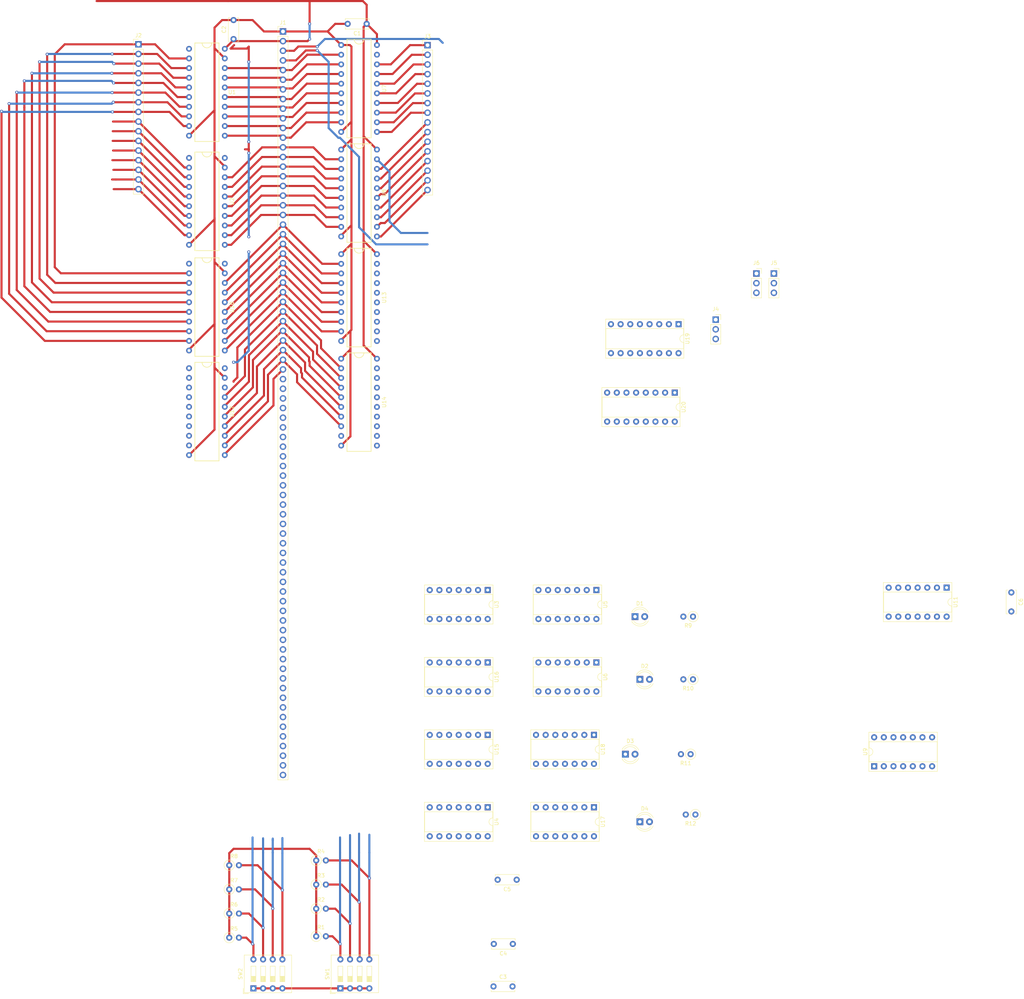
<source format=kicad_pcb>
(kicad_pcb (version 20171130) (host pcbnew 5.1.10)
  (title_block (title "Activation Moduke") (date 2021-12-21) (rev v0.3) (comment 2 https://github.com/jufo-ufo/Breadboard-Computer) (comment 3 "Licens: Apache License 2.0") (comment 4 "Author: Alexander Wersching"))
  (layers (0 F.Cu signal) (31 B.Cu signal) (34 B.Paste user) (35 F.Paste user) (36 B.SilkS user) (37 F.SilkS user) (38 B.Mask user) (39 F.Mask user) (44 Edge.Cuts user))
  (net 0 "")
  (net 1 GND)
  (net 2 +5V)
  (net 3 "Net-(D1-Pad2)")
  (net 4 "Net-(D1-Pad1)")
  (net 5 "Net-(D2-Pad2)")
  (net 6 "Net-(D3-Pad2)")
  (net 7 "Net-(D3-Pad1)")
  (net 8 "Net-(D4-Pad2)")
  (net 9 "Net-(J1-Pad3)")
  (net 10 "Net-(J1-Pad4)")
  (net 11 "Net-(J1-Pad5)")
  (net 12 "Net-(J1-Pad6)")
  (net 13 "Net-(J1-Pad7)")
  (net 14 "Net-(J1-Pad8)")
  (net 15 "Net-(J1-Pad9)")
  (net 16 "Net-(J1-Pad10)")
  (net 17 "Net-(J1-Pad11)")
  (net 18 "Net-(J1-Pad12)")
  (net 19 "Net-(J1-Pad13)")
  (net 20 "Net-(J1-Pad14)")
  (net 21 "Net-(J1-Pad15)")
  (net 22 "Net-(J1-Pad16)")
  (net 23 "Net-(J1-Pad17)")
  (net 24 "Net-(J1-Pad18)")
  (net 25 "Net-(J1-Pad19)")
  (net 26 "Net-(J1-Pad20)")
  (net 27 "Net-(J1-Pad21)")
  (net 28 "Net-(J1-Pad22)")
  (net 29 "Net-(J1-Pad23)")
  (net 30 "Net-(J1-Pad24)")
  (net 31 "Net-(J1-Pad25)")
  (net 32 "Net-(J1-Pad26)")
  (net 33 "Net-(J1-Pad27)")
  (net 34 "Net-(J1-Pad28)")
  (net 35 "Net-(J1-Pad29)")
  (net 36 "Net-(J1-Pad30)")
  (net 37 "Net-(J1-Pad31)")
  (net 38 "Net-(J1-Pad32)")
  (net 39 "Net-(J1-Pad33)")
  (net 40 "Net-(J1-Pad34)")
  (net 41 "Net-(J1-Pad35)")
  (net 42 "Net-(J1-Pad36)")
  (net 43 "Net-(J1-Pad37)")
  (net 44 "Net-(J1-Pad38)")
  (net 45 "Net-(J1-Pad39)")
  (net 46 "Net-(J1-Pad40)")
  (net 47 "Net-(J1-Pad41)")
  (net 48 "Net-(J1-Pad42)")
  (net 49 "Net-(J1-Pad43)")
  (net 50 "Net-(J1-Pad44)")
  (net 51 "Net-(J1-Pad45)")
  (net 52 "Net-(J1-Pad46)")
  (net 53 "Net-(J1-Pad47)")
  (net 54 "Net-(J1-Pad48)")
  (net 55 "Net-(J1-Pad49)")
  (net 56 "Net-(J1-Pad50)")
  (net 57 "Net-(J1-Pad51)")
  (net 58 "Net-(J1-Pad52)")
  (net 59 "Net-(J1-Pad53)")
  (net 60 "Net-(J1-Pad54)")
  (net 61 "Net-(J1-Pad55)")
  (net 62 "Net-(J1-Pad56)")
  (net 63 "Net-(J1-Pad57)")
  (net 64 "Net-(J1-Pad58)")
  (net 65 "Net-(J1-Pad59)")
  (net 66 "Net-(J1-Pad60)")
  (net 67 "Net-(J1-Pad61)")
  (net 68 "Net-(J1-Pad62)")
  (net 69 "Net-(J1-Pad63)")
  (net 70 "Net-(J1-Pad64)")
  (net 71 "Net-(J2-Pad1)")
  (net 72 "Net-(J2-Pad2)")
  (net 73 "Net-(J2-Pad3)")
  (net 74 "Net-(J2-Pad4)")
  (net 75 "Net-(J2-Pad5)")
  (net 76 "Net-(J2-Pad6)")
  (net 77 "Net-(J2-Pad7)")
  (net 78 "Net-(J2-Pad8)")
  (net 79 "Net-(J2-Pad9)")
  (net 80 "Net-(J2-Pad10)")
  (net 81 "Net-(J2-Pad11)")
  (net 82 "Net-(J2-Pad12)")
  (net 83 "Net-(J2-Pad13)")
  (net 84 "Net-(J2-Pad14)")
  (net 85 "Net-(J2-Pad15)")
  (net 86 "Net-(J2-Pad16)")
  (net 87 "Net-(J3-Pad16)")
  (net 88 "Net-(J3-Pad15)")
  (net 89 "Net-(J3-Pad14)")
  (net 90 "Net-(J3-Pad13)")
  (net 91 "Net-(J3-Pad12)")
  (net 92 "Net-(J3-Pad11)")
  (net 93 "Net-(J3-Pad10)")
  (net 94 "Net-(J3-Pad9)")
  (net 95 "Net-(J3-Pad8)")
  (net 96 "Net-(J3-Pad7)")
  (net 97 "Net-(J3-Pad6)")
  (net 98 "Net-(J3-Pad5)")
  (net 99 "Net-(J3-Pad4)")
  (net 100 "Net-(J3-Pad3)")
  (net 101 "Net-(J3-Pad2)")
  (net 102 "Net-(J3-Pad1)")
  (net 103 "Net-(J4-Pad3)")
  (net 104 "Net-(J4-Pad2)")
  (net 105 "Net-(J4-Pad1)")
  (net 106 "Net-(J5-Pad1)")
  (net 107 "Net-(J5-Pad2)")
  (net 108 "Net-(J5-Pad3)")
  (net 109 /WE_F)
  (net 110 /WE_R)
  (net 111 /RE)
  (net 112 "Net-(R1-Pad2)")
  (net 113 "Net-(R2-Pad2)")
  (net 114 "Net-(R3-Pad2)")
  (net 115 "Net-(R4-Pad2)")
  (net 116 "Net-(R5-Pad2)")
  (net 117 "Net-(R6-Pad2)")
  (net 118 "Net-(R7-Pad2)")
  (net 119 "Net-(R8-Pad2)")
  (net 120 "Net-(U3-Pad8)")
  (net 121 "Net-(U3-Pad3)")
  (net 122 "Net-(U3-Pad11)")
  (net 123 "Net-(U3-Pad6)")
  (net 124 "Net-(U4-Pad6)")
  (net 125 "Net-(U4-Pad11)")
  (net 126 "Net-(U4-Pad3)")
  (net 127 "Net-(U4-Pad8)")
  (net 128 "Net-(U5-Pad6)")
  (net 129 "Net-(U11-Pad1)")
  (net 130 "Net-(U5-Pad3)")
  (net 131 "Net-(U6-Pad13)")
  (net 132 "Net-(U6-Pad10)")
  (net 133 "Net-(U6-Pad12)")
  (net 134 "Net-(U6-Pad11)")
  (net 135 "Net-(U6-Pad3)")
  (net 136 "Net-(U11-Pad3)")
  (net 137 "Net-(U9-Pad12)")
  (net 138 "Net-(U9-Pad3)")
  (net 139 "Net-(U11-Pad8)")
  (net 140 "Net-(U11-Pad9)")
  (net 141 "Net-(U11-Pad10)")
  (net 142 "Net-(U11-Pad4)")
  (net 143 "Net-(U11-Pad11)")
  (net 144 "Net-(U11-Pad5)")
  (net 145 "Net-(U11-Pad12)")
  (net 146 "Net-(U11-Pad6)")
  (net 147 "Net-(U11-Pad13)")
  (net 148 "Net-(U15-Pad6)")
  (net 149 "Net-(U15-Pad11)")
  (net 150 "Net-(U15-Pad3)")
  (net 151 "Net-(U15-Pad8)")
  (net 152 "Net-(U16-Pad8)")
  (net 153 "Net-(U16-Pad3)")
  (net 154 "Net-(U16-Pad11)")
  (net 155 "Net-(U16-Pad6)")
  (net 156 "Net-(U17-Pad13)")
  (net 157 "Net-(U17-Pad10)")
  (net 158 "Net-(U17-Pad12)")
  (net 159 "Net-(U17-Pad11)")
  (net 160 "Net-(U17-Pad3)")
  (net 161 "Net-(U18-Pad6)")
  (net 162 "Net-(U18-Pad3)")
  (net 163 "Net-(U19-Pad9)")
  (net 164 "Net-(U19-Pad10)")
  (net 165 "Net-(U19-Pad11)")
  (net 166 "Net-(U20-Pad11)")
  (net 167 "Net-(U20-Pad10)")
  (net 168 "Net-(U20-Pad9)")
  (net 169 "Net-(D2-Pad1)")
  (net 170 "Net-(D4-Pad1)")
  (net 171 "Net-(U12-Pad18)")
  (module Computer_Component_Library:74HC541-PDIP (layer F.Cu) (at 10 115 270)
    (fp_text reference U12 (at 0 -6.604 90) (layer F.SilkS))
    (fp_text value 74HC541)
    (pad 1 thru_hole circle (at -11.43 4.7 270) (size 1.524 1.524) (drill 0.762) (layers *.Cu *.Mask) (net 170 "Net-(D4-Pad1)"))
    (pad 2 thru_hole circle (at -8.89 4.7 270) (size 1.524 1.524) (drill 0.762) (layers *.Cu *.Mask) (net 79 "Net-(J2-Pad9)"))
    (pad 3 thru_hole circle (at -6.35 4.7 270) (size 1.524 1.524) (drill 0.762) (layers *.Cu *.Mask) (net 80 "Net-(J2-Pad10)"))
    (pad 4 thru_hole circle (at -3.81 4.7 270) (size 1.524 1.524) (drill 0.762) (layers *.Cu *.Mask) (net 81 "Net-(J2-Pad11)"))
    (pad 5 thru_hole circle (at -1.27 4.7 270) (size 1.524 1.524) (drill 0.762) (layers *.Cu *.Mask) (net 82 "Net-(J2-Pad12)"))
    (pad 6 thru_hole circle (at 1.27 4.7 270) (size 1.524 1.524) (drill 0.762) (layers *.Cu *.Mask) (net 83 "Net-(J2-Pad13)"))
    (pad 7 thru_hole circle (at 3.81 4.7 270) (size 1.524 1.524) (drill 0.762) (layers *.Cu *.Mask) (net 84 "Net-(J2-Pad14)"))
    (pad 8 thru_hole circle (at 6.35 4.7 270) (size 1.524 1.524) (drill 0.762) (layers *.Cu *.Mask) (net 85 "Net-(J2-Pad15)"))
    (pad 9 thru_hole circle (at 8.89 4.7 270) (size 1.524 1.524) (drill 0.762) (layers *.Cu *.Mask) (net 86 "Net-(J2-Pad16)"))
    (pad 10 thru_hole circle (at 11.43 4.7 270) (size 1.524 1.524) (drill 0.762) (layers *.Cu *.Mask) (net 1 GND))
    (pad 11 thru_hole circle (at 11.43 -4.7 270) (size 1.524 1.524) (drill 0.762) (layers *.Cu *.Mask) (net 42 "Net-(J1-Pad36)"))
    (pad 12 thru_hole circle (at 8.89 -4.7 270) (size 1.524 1.524) (drill 0.762) (layers *.Cu *.Mask) (net 41 "Net-(J1-Pad35)"))
    (pad 13 thru_hole circle (at 6.35 -4.7 270) (size 1.524 1.524) (drill 0.762) (layers *.Cu *.Mask) (net 40 "Net-(J1-Pad34)"))
    (pad 14 thru_hole circle (at 3.81 -4.7 270) (size 1.524 1.524) (drill 0.762) (layers *.Cu *.Mask) (net 39 "Net-(J1-Pad33)"))
    (pad 15 thru_hole circle (at 1.27 -4.7 270) (size 1.524 1.524) (drill 0.762) (layers *.Cu *.Mask) (net 38 "Net-(J1-Pad32)"))
    (pad 16 thru_hole circle (at -1.27 -4.7 270) (size 1.524 1.524) (drill 0.762) (layers *.Cu *.Mask) (net 37 "Net-(J1-Pad31)"))
    (pad 17 thru_hole circle (at -3.81 -4.7 270) (size 1.524 1.524) (drill 0.762) (layers *.Cu *.Mask) (net 36 "Net-(J1-Pad30)"))
    (pad 18 thru_hole circle (at -6.35 -4.7 270) (size 1.524 1.524) (drill 0.762) (layers *.Cu *.Mask) (net 171 "Net-(U12-Pad18)"))
    (pad 19 thru_hole circle (at -8.89 -4.7 270) (size 1.524 1.524) (drill 0.762) (layers *.Cu *.Mask) (net 1 GND))
    (pad 20 thru_hole circle (at -11.43 -4.7 270) (size 1.524 1.524) (drill 0.762) (layers *.Cu *.Mask) (net 2 +5V))
  )
  (module Capacitor_THT:C_Disc_D6.0mm_W2.5mm_P5.00mm (layer F.Cu) (at 52 13 180)
    (fp_text reference C1 (at 2.5 -2.5) (layer F.SilkS))
    (fp_text value 0.1µF)
    (pad 2 thru_hole circle (at 5 0 180) (size 1.6 1.6) (drill 0.8) (layers *.Cu *.Mask) (net 1 GND))
    (pad 1 thru_hole circle (at 0 0 180) (size 1.6 1.6) (drill 0.8) (layers *.Cu *.Mask) (net 2 +5V))
  )
  (module Capacitor_THT:C_Disc_D6.0mm_W2.5mm_P5.00mm (layer F.Cu) (at 17 17 90)
    (fp_text reference C2 (at 2.5 -2.5 90) (layer F.SilkS))
    (fp_text value 0.1µF)
    (pad 1 thru_hole circle (at 0 0 90) (size 1.6 1.6) (drill 0.8) (layers *.Cu *.Mask) (net 2 +5V))
    (pad 2 thru_hole circle (at 5 0 90) (size 1.6 1.6) (drill 0.8) (layers *.Cu *.Mask) (net 1 GND))
  )
  (module Capacitor_THT:C_Disc_D6.0mm_W2.5mm_P5.00mm (layer F.Cu) (at 85.344 266.192)
    (fp_text reference C3 (at 2.5 -2.5) (layer F.SilkS))
    (fp_text value 0.1µF)
    (pad 2 thru_hole circle (at 5 0) (size 1.6 1.6) (drill 0.8) (layers *.Cu *.Mask) (net 1 GND))
    (pad 1 thru_hole circle (at 0 0) (size 1.6 1.6) (drill 0.8) (layers *.Cu *.Mask) (net 2 +5V))
  )
  (module Capacitor_THT:C_Disc_D6.0mm_W2.5mm_P5.00mm (layer F.Cu) (at 90.424 255.016 180)
    (fp_text reference C4 (at 2.5 -2.5) (layer F.SilkS))
    (fp_text value 0.1µF)
    (pad 2 thru_hole circle (at 5 0 180) (size 1.6 1.6) (drill 0.8) (layers *.Cu *.Mask) (net 2 +5V))
    (pad 1 thru_hole circle (at 0 0 180) (size 1.6 1.6) (drill 0.8) (layers *.Cu *.Mask) (net 1 GND))
  )
  (module Capacitor_THT:C_Disc_D6.0mm_W2.5mm_P5.00mm (layer F.Cu) (at 91.44 238.125 180)
    (fp_text reference C5 (at 2.5 -2.5) (layer F.SilkS))
    (fp_text value 0.1µF)
    (pad 1 thru_hole circle (at 0 0 180) (size 1.6 1.6) (drill 0.8) (layers *.Cu *.Mask) (net 1 GND))
    (pad 2 thru_hole circle (at 5 0 180) (size 1.6 1.6) (drill 0.8) (layers *.Cu *.Mask) (net 2 +5V))
  )
  (module Capacitor_THT:C_Disc_D6.0mm_W2.5mm_P5.00mm (layer F.Cu) (at 221.488 162.56 270)
    (fp_text reference C6 (at 2.5 -2.5 90) (layer F.SilkS))
    (fp_text value 0.1µF)
    (pad 1 thru_hole circle (at 0 0 270) (size 1.6 1.6) (drill 0.8) (layers *.Cu *.Mask) (net 1 GND))
    (pad 2 thru_hole circle (at 5 0 270) (size 1.6 1.6) (drill 0.8) (layers *.Cu *.Mask) (net 2 +5V))
  )
  (module LED_THT:LED_D4.0mm (layer F.Cu) (at 122.555 168.91)
    (fp_text reference D1 (at 1.27 -3.46) (layer F.SilkS))
    (fp_text value LED)
    (pad 2 thru_hole circle (at 2.54 0) (size 1.8 1.8) (drill 0.9) (layers *.Cu *.Mask) (net 3 "Net-(D1-Pad2)"))
    (pad 1 thru_hole rect (at 0 0) (size 1.8 1.8) (drill 0.9) (layers *.Cu *.Mask) (net 4 "Net-(D1-Pad1)"))
  )
  (module LED_THT:LED_D4.0mm (layer F.Cu) (at 123.825 185.42)
    (fp_text reference D2 (at 1.27 -3.46) (layer F.SilkS))
    (fp_text value LED)
    (pad 1 thru_hole rect (at 0 0) (size 1.8 1.8) (drill 0.9) (layers *.Cu *.Mask) (net 169 "Net-(D2-Pad1)"))
    (pad 2 thru_hole circle (at 2.54 0) (size 1.8 1.8) (drill 0.9) (layers *.Cu *.Mask) (net 5 "Net-(D2-Pad2)"))
  )
  (module LED_THT:LED_D4.0mm (layer F.Cu) (at 120.015 205.105)
    (fp_text reference D3 (at 1.27 -3.46) (layer F.SilkS))
    (fp_text value LED)
    (pad 2 thru_hole circle (at 2.54 0) (size 1.8 1.8) (drill 0.9) (layers *.Cu *.Mask) (net 6 "Net-(D3-Pad2)"))
    (pad 1 thru_hole rect (at 0 0) (size 1.8 1.8) (drill 0.9) (layers *.Cu *.Mask) (net 7 "Net-(D3-Pad1)"))
  )
  (module LED_THT:LED_D4.0mm (layer F.Cu) (at 123.825 222.885)
    (fp_text reference D4 (at 1.27 -3.46) (layer F.SilkS))
    (fp_text value LED)
    (pad 1 thru_hole rect (at 0 0) (size 1.8 1.8) (drill 0.9) (layers *.Cu *.Mask) (net 170 "Net-(D4-Pad1)"))
    (pad 2 thru_hole circle (at 2.54 0) (size 1.8 1.8) (drill 0.9) (layers *.Cu *.Mask) (net 8 "Net-(D4-Pad2)"))
  )
  (module Computer_Component_Library:BusConnector (layer F.Cu) (at 30 15)
    (fp_text reference J1 (at 0 -2.33) (layer F.SilkS))
    (fp_text value Bus_Connector)
    (pad 1 thru_hole rect (at 0 0) (size 1.7 1.7) (drill 1) (layers *.Cu *.Mask) (net 1 GND))
    (pad 2 thru_hole oval (at 0 2.54) (size 1.7 1.7) (drill 1) (layers *.Cu *.Mask) (net 2 +5V))
    (pad 3 thru_hole oval (at 0 5.08) (size 1.7 1.7) (drill 1) (layers *.Cu *.Mask) (net 9 "Net-(J1-Pad3)"))
    (pad 4 thru_hole oval (at 0 7.62) (size 1.7 1.7) (drill 1) (layers *.Cu *.Mask) (net 10 "Net-(J1-Pad4)"))
    (pad 5 thru_hole oval (at 0 10.16) (size 1.7 1.7) (drill 1) (layers *.Cu *.Mask) (net 11 "Net-(J1-Pad5)"))
    (pad 6 thru_hole oval (at 0 12.7) (size 1.7 1.7) (drill 1) (layers *.Cu *.Mask) (net 12 "Net-(J1-Pad6)"))
    (pad 7 thru_hole oval (at 0 15.24) (size 1.7 1.7) (drill 1) (layers *.Cu *.Mask) (net 13 "Net-(J1-Pad7)"))
    (pad 8 thru_hole oval (at 0 17.78) (size 1.7 1.7) (drill 1) (layers *.Cu *.Mask) (net 14 "Net-(J1-Pad8)"))
    (pad 9 thru_hole oval (at 0 20.32) (size 1.7 1.7) (drill 1) (layers *.Cu *.Mask) (net 15 "Net-(J1-Pad9)"))
    (pad 10 thru_hole oval (at 0 22.86) (size 1.7 1.7) (drill 1) (layers *.Cu *.Mask) (net 16 "Net-(J1-Pad10)"))
    (pad 11 thru_hole oval (at 0 25.4) (size 1.7 1.7) (drill 1) (layers *.Cu *.Mask) (net 17 "Net-(J1-Pad11)"))
    (pad 12 thru_hole oval (at 0 27.94) (size 1.7 1.7) (drill 1) (layers *.Cu *.Mask) (net 18 "Net-(J1-Pad12)"))
    (pad 13 thru_hole oval (at 0 30.48) (size 1.7 1.7) (drill 1) (layers *.Cu *.Mask) (net 19 "Net-(J1-Pad13)"))
    (pad 14 thru_hole oval (at 0 33.02) (size 1.7 1.7) (drill 1) (layers *.Cu *.Mask) (net 20 "Net-(J1-Pad14)"))
    (pad 15 thru_hole oval (at 0 35.56) (size 1.7 1.7) (drill 1) (layers *.Cu *.Mask) (net 21 "Net-(J1-Pad15)"))
    (pad 16 thru_hole oval (at 0 38.1) (size 1.7 1.7) (drill 1) (layers *.Cu *.Mask) (net 22 "Net-(J1-Pad16)"))
    (pad 17 thru_hole oval (at 0 40.64) (size 1.7 1.7) (drill 1) (layers *.Cu *.Mask) (net 23 "Net-(J1-Pad17)"))
    (pad 18 thru_hole oval (at 0 43.18) (size 1.7 1.7) (drill 1) (layers *.Cu *.Mask) (net 24 "Net-(J1-Pad18)"))
    (pad 19 thru_hole oval (at 0 45.72) (size 1.7 1.7) (drill 1) (layers *.Cu *.Mask) (net 25 "Net-(J1-Pad19)"))
    (pad 20 thru_hole oval (at 0 48.26) (size 1.7 1.7) (drill 1) (layers *.Cu *.Mask) (net 26 "Net-(J1-Pad20)"))
    (pad 21 thru_hole oval (at 0 50.8) (size 1.7 1.7) (drill 1) (layers *.Cu *.Mask) (net 27 "Net-(J1-Pad21)"))
    (pad 22 thru_hole oval (at 0 53.34) (size 1.7 1.7) (drill 1) (layers *.Cu *.Mask) (net 28 "Net-(J1-Pad22)"))
    (pad 23 thru_hole oval (at 0 55.88) (size 1.7 1.7) (drill 1) (layers *.Cu *.Mask) (net 29 "Net-(J1-Pad23)"))
    (pad 24 thru_hole oval (at 0 58.42) (size 1.7 1.7) (drill 1) (layers *.Cu *.Mask) (net 30 "Net-(J1-Pad24)"))
    (pad 25 thru_hole oval (at 0 60.96) (size 1.7 1.7) (drill 1) (layers *.Cu *.Mask) (net 31 "Net-(J1-Pad25)"))
    (pad 26 thru_hole oval (at 0 63.5) (size 1.7 1.7) (drill 1) (layers *.Cu *.Mask) (net 32 "Net-(J1-Pad26)"))
    (pad 27 thru_hole oval (at 0 66.04) (size 1.7 1.7) (drill 1) (layers *.Cu *.Mask) (net 33 "Net-(J1-Pad27)"))
    (pad 28 thru_hole oval (at 0 68.58) (size 1.7 1.7) (drill 1) (layers *.Cu *.Mask) (net 34 "Net-(J1-Pad28)"))
    (pad 29 thru_hole oval (at 0 71.12) (size 1.7 1.7) (drill 1) (layers *.Cu *.Mask) (net 35 "Net-(J1-Pad29)"))
    (pad 30 thru_hole oval (at 0 73.66) (size 1.7 1.7) (drill 1) (layers *.Cu *.Mask) (net 36 "Net-(J1-Pad30)"))
    (pad 31 thru_hole oval (at 0 76.2) (size 1.7 1.7) (drill 1) (layers *.Cu *.Mask) (net 37 "Net-(J1-Pad31)"))
    (pad 32 thru_hole oval (at 0 78.74) (size 1.7 1.7) (drill 1) (layers *.Cu *.Mask) (net 38 "Net-(J1-Pad32)"))
    (pad 33 thru_hole oval (at 0 81.28) (size 1.7 1.7) (drill 1) (layers *.Cu *.Mask) (net 39 "Net-(J1-Pad33)"))
    (pad 34 thru_hole oval (at 0 83.82) (size 1.7 1.7) (drill 1) (layers *.Cu *.Mask) (net 40 "Net-(J1-Pad34)"))
    (pad 35 thru_hole oval (at 0 86.36) (size 1.7 1.7) (drill 1) (layers *.Cu *.Mask) (net 41 "Net-(J1-Pad35)"))
    (pad 36 thru_hole oval (at 0 88.9) (size 1.7 1.7) (drill 1) (layers *.Cu *.Mask) (net 42 "Net-(J1-Pad36)"))
    (pad 37 thru_hole oval (at 0 91.44) (size 1.7 1.7) (drill 1) (layers *.Cu *.Mask) (net 43 "Net-(J1-Pad37)"))
    (pad 38 thru_hole oval (at 0 93.98) (size 1.7 1.7) (drill 1) (layers *.Cu *.Mask) (net 44 "Net-(J1-Pad38)"))
    (pad 39 thru_hole oval (at 0 96.52) (size 1.7 1.7) (drill 1) (layers *.Cu *.Mask) (net 45 "Net-(J1-Pad39)"))
    (pad 40 thru_hole oval (at 0 99.06) (size 1.7 1.7) (drill 1) (layers *.Cu *.Mask) (net 46 "Net-(J1-Pad40)"))
    (pad 41 thru_hole oval (at 0 101.6) (size 1.7 1.7) (drill 1) (layers *.Cu *.Mask) (net 47 "Net-(J1-Pad41)"))
    (pad 42 thru_hole oval (at 0 104.14) (size 1.7 1.7) (drill 1) (layers *.Cu *.Mask) (net 48 "Net-(J1-Pad42)"))
    (pad 43 thru_hole oval (at 0 106.68) (size 1.7 1.7) (drill 1) (layers *.Cu *.Mask) (net 49 "Net-(J1-Pad43)"))
    (pad 44 thru_hole oval (at 0 109.22) (size 1.7 1.7) (drill 1) (layers *.Cu *.Mask) (net 50 "Net-(J1-Pad44)"))
    (pad 45 thru_hole oval (at 0 111.76) (size 1.7 1.7) (drill 1) (layers *.Cu *.Mask) (net 51 "Net-(J1-Pad45)"))
    (pad 46 thru_hole oval (at 0 114.3) (size 1.7 1.7) (drill 1) (layers *.Cu *.Mask) (net 52 "Net-(J1-Pad46)"))
    (pad 47 thru_hole oval (at 0 116.84) (size 1.7 1.7) (drill 1) (layers *.Cu *.Mask) (net 53 "Net-(J1-Pad47)"))
    (pad 48 thru_hole oval (at 0 119.38) (size 1.7 1.7) (drill 1) (layers *.Cu *.Mask) (net 54 "Net-(J1-Pad48)"))
    (pad 49 thru_hole oval (at 0 121.92) (size 1.7 1.7) (drill 1) (layers *.Cu *.Mask) (net 55 "Net-(J1-Pad49)"))
    (pad 50 thru_hole oval (at 0 124.46) (size 1.7 1.7) (drill 1) (layers *.Cu *.Mask) (net 56 "Net-(J1-Pad50)"))
    (pad 51 thru_hole oval (at 0 127) (size 1.7 1.7) (drill 1) (layers *.Cu *.Mask) (net 57 "Net-(J1-Pad51)"))
    (pad 52 thru_hole oval (at 0 129.54) (size 1.7 1.7) (drill 1) (layers *.Cu *.Mask) (net 58 "Net-(J1-Pad52)"))
    (pad 53 thru_hole oval (at 0 132.08) (size 1.7 1.7) (drill 1) (layers *.Cu *.Mask) (net 59 "Net-(J1-Pad53)"))
    (pad 54 thru_hole oval (at 0 134.62) (size 1.7 1.7) (drill 1) (layers *.Cu *.Mask) (net 60 "Net-(J1-Pad54)"))
    (pad 55 thru_hole oval (at 0 137.16) (size 1.7 1.7) (drill 1) (layers *.Cu *.Mask) (net 61 "Net-(J1-Pad55)"))
    (pad 56 thru_hole oval (at 0 139.7) (size 1.7 1.7) (drill 1) (layers *.Cu *.Mask) (net 62 "Net-(J1-Pad56)"))
    (pad 57 thru_hole oval (at 0 142.24) (size 1.7 1.7) (drill 1) (layers *.Cu *.Mask) (net 63 "Net-(J1-Pad57)"))
    (pad 58 thru_hole oval (at 0 144.78) (size 1.7 1.7) (drill 1) (layers *.Cu *.Mask) (net 64 "Net-(J1-Pad58)"))
    (pad 59 thru_hole oval (at 0 147.32) (size 1.7 1.7) (drill 1) (layers *.Cu *.Mask) (net 65 "Net-(J1-Pad59)"))
    (pad 60 thru_hole oval (at 0 149.86) (size 1.7 1.7) (drill 1) (layers *.Cu *.Mask) (net 66 "Net-(J1-Pad60)"))
    (pad 61 thru_hole oval (at 0 152.4) (size 1.7 1.7) (drill 1) (layers *.Cu *.Mask) (net 67 "Net-(J1-Pad61)"))
    (pad 62 thru_hole oval (at 0 154.94) (size 1.7 1.7) (drill 1) (layers *.Cu *.Mask) (net 68 "Net-(J1-Pad62)"))
    (pad 63 thru_hole oval (at 0 157.48) (size 1.7 1.7) (drill 1) (layers *.Cu *.Mask) (net 69 "Net-(J1-Pad63)"))
    (pad 64 thru_hole oval (at 0 160.02) (size 1.7 1.7) (drill 1) (layers *.Cu *.Mask) (net 70 "Net-(J1-Pad64)"))
    (pad 65 thru_hole oval (at 0 162.56) (size 1.7 1.7) (drill 1) (layers *.Cu *.Mask))
    (pad 66 thru_hole oval (at 0 165.1) (size 1.7 1.7) (drill 1) (layers *.Cu *.Mask))
    (pad 67 thru_hole oval (at 0 167.64) (size 1.7 1.7) (drill 1) (layers *.Cu *.Mask))
    (pad 68 thru_hole oval (at 0 170.18) (size 1.7 1.7) (drill 1) (layers *.Cu *.Mask))
    (pad 69 thru_hole oval (at 0 172.72) (size 1.7 1.7) (drill 1) (layers *.Cu *.Mask))
    (pad 70 thru_hole oval (at 0 175.26) (size 1.7 1.7) (drill 1) (layers *.Cu *.Mask))
    (pad 71 thru_hole oval (at 0 177.8) (size 1.7 1.7) (drill 1) (layers *.Cu *.Mask))
    (pad 72 thru_hole oval (at 0 180.34) (size 1.7 1.7) (drill 1) (layers *.Cu *.Mask))
    (pad 73 thru_hole oval (at 0 182.88) (size 1.7 1.7) (drill 1) (layers *.Cu *.Mask))
    (pad 74 thru_hole oval (at 0 185.42) (size 1.7 1.7) (drill 1) (layers *.Cu *.Mask))
    (pad 75 thru_hole oval (at 0 187.96) (size 1.7 1.7) (drill 1) (layers *.Cu *.Mask))
    (pad 76 thru_hole oval (at 0 190.5) (size 1.7 1.7) (drill 1) (layers *.Cu *.Mask))
    (pad 77 thru_hole oval (at 0 193.04) (size 1.7 1.7) (drill 1) (layers *.Cu *.Mask))
    (pad 78 thru_hole oval (at 0 195.58) (size 1.7 1.7) (drill 1) (layers *.Cu *.Mask))
  )
  (module Connector_PinHeader_2.54mm:PinHeader_1x16_P2.54mm_Vertical (layer F.Cu) (at -8 18.38)
    (fp_text reference J2 (at 0 -2.33) (layer F.SilkS))
    (fp_text value To_Bus)
    (pad 1 thru_hole rect (at 0 0) (size 1.7 1.7) (drill 1) (layers *.Cu *.Mask) (net 71 "Net-(J2-Pad1)"))
    (pad 2 thru_hole oval (at 0 2.54) (size 1.7 1.7) (drill 1) (layers *.Cu *.Mask) (net 72 "Net-(J2-Pad2)"))
    (pad 3 thru_hole oval (at 0 5.08) (size 1.7 1.7) (drill 1) (layers *.Cu *.Mask) (net 73 "Net-(J2-Pad3)"))
    (pad 4 thru_hole oval (at 0 7.62) (size 1.7 1.7) (drill 1) (layers *.Cu *.Mask) (net 74 "Net-(J2-Pad4)"))
    (pad 5 thru_hole oval (at 0 10.16) (size 1.7 1.7) (drill 1) (layers *.Cu *.Mask) (net 75 "Net-(J2-Pad5)"))
    (pad 6 thru_hole oval (at 0 12.7) (size 1.7 1.7) (drill 1) (layers *.Cu *.Mask) (net 76 "Net-(J2-Pad6)"))
    (pad 7 thru_hole oval (at 0 15.24) (size 1.7 1.7) (drill 1) (layers *.Cu *.Mask) (net 77 "Net-(J2-Pad7)"))
    (pad 8 thru_hole oval (at 0 17.78) (size 1.7 1.7) (drill 1) (layers *.Cu *.Mask) (net 78 "Net-(J2-Pad8)"))
    (pad 9 thru_hole oval (at 0 20.32) (size 1.7 1.7) (drill 1) (layers *.Cu *.Mask) (net 79 "Net-(J2-Pad9)"))
    (pad 10 thru_hole oval (at 0 22.86) (size 1.7 1.7) (drill 1) (layers *.Cu *.Mask) (net 80 "Net-(J2-Pad10)"))
    (pad 11 thru_hole oval (at 0 25.4) (size 1.7 1.7) (drill 1) (layers *.Cu *.Mask) (net 81 "Net-(J2-Pad11)"))
    (pad 12 thru_hole oval (at 0 27.94) (size 1.7 1.7) (drill 1) (layers *.Cu *.Mask) (net 82 "Net-(J2-Pad12)"))
    (pad 13 thru_hole oval (at 0 30.48) (size 1.7 1.7) (drill 1) (layers *.Cu *.Mask) (net 83 "Net-(J2-Pad13)"))
    (pad 14 thru_hole oval (at 0 33.02) (size 1.7 1.7) (drill 1) (layers *.Cu *.Mask) (net 84 "Net-(J2-Pad14)"))
    (pad 15 thru_hole oval (at 0 35.56) (size 1.7 1.7) (drill 1) (layers *.Cu *.Mask) (net 85 "Net-(J2-Pad15)"))
    (pad 16 thru_hole oval (at 0 38.1) (size 1.7 1.7) (drill 1) (layers *.Cu *.Mask) (net 86 "Net-(J2-Pad16)"))
  )
  (module Connector_PinHeader_2.54mm:PinHeader_1x16_P2.54mm_Vertical (layer F.Cu) (at 68 18.6)
    (fp_text reference J3 (at 0 -2.33) (layer F.SilkS))
    (fp_text value From_Bus)
    (pad 16 thru_hole oval (at 0 38.1) (size 1.7 1.7) (drill 1) (layers *.Cu *.Mask) (net 87 "Net-(J3-Pad16)"))
    (pad 15 thru_hole oval (at 0 35.56) (size 1.7 1.7) (drill 1) (layers *.Cu *.Mask) (net 88 "Net-(J3-Pad15)"))
    (pad 14 thru_hole oval (at 0 33.02) (size 1.7 1.7) (drill 1) (layers *.Cu *.Mask) (net 89 "Net-(J3-Pad14)"))
    (pad 13 thru_hole oval (at 0 30.48) (size 1.7 1.7) (drill 1) (layers *.Cu *.Mask) (net 90 "Net-(J3-Pad13)"))
    (pad 12 thru_hole oval (at 0 27.94) (size 1.7 1.7) (drill 1) (layers *.Cu *.Mask) (net 91 "Net-(J3-Pad12)"))
    (pad 11 thru_hole oval (at 0 25.4) (size 1.7 1.7) (drill 1) (layers *.Cu *.Mask) (net 92 "Net-(J3-Pad11)"))
    (pad 10 thru_hole oval (at 0 22.86) (size 1.7 1.7) (drill 1) (layers *.Cu *.Mask) (net 93 "Net-(J3-Pad10)"))
    (pad 9 thru_hole oval (at 0 20.32) (size 1.7 1.7) (drill 1) (layers *.Cu *.Mask) (net 94 "Net-(J3-Pad9)"))
    (pad 8 thru_hole oval (at 0 17.78) (size 1.7 1.7) (drill 1) (layers *.Cu *.Mask) (net 95 "Net-(J3-Pad8)"))
    (pad 7 thru_hole oval (at 0 15.24) (size 1.7 1.7) (drill 1) (layers *.Cu *.Mask) (net 96 "Net-(J3-Pad7)"))
    (pad 6 thru_hole oval (at 0 12.7) (size 1.7 1.7) (drill 1) (layers *.Cu *.Mask) (net 97 "Net-(J3-Pad6)"))
    (pad 5 thru_hole oval (at 0 10.16) (size 1.7 1.7) (drill 1) (layers *.Cu *.Mask) (net 98 "Net-(J3-Pad5)"))
    (pad 4 thru_hole oval (at 0 7.62) (size 1.7 1.7) (drill 1) (layers *.Cu *.Mask) (net 99 "Net-(J3-Pad4)"))
    (pad 3 thru_hole oval (at 0 5.08) (size 1.7 1.7) (drill 1) (layers *.Cu *.Mask) (net 100 "Net-(J3-Pad3)"))
    (pad 2 thru_hole oval (at 0 2.54) (size 1.7 1.7) (drill 1) (layers *.Cu *.Mask) (net 101 "Net-(J3-Pad2)"))
    (pad 1 thru_hole rect (at 0 0) (size 1.7 1.7) (drill 1) (layers *.Cu *.Mask) (net 102 "Net-(J3-Pad1)"))
  )
  (module Connector_PinSocket_2.54mm:PinSocket_1x03_P2.54mm_Vertical (layer F.Cu) (at 143.764 90.805)
    (fp_text reference J4 (at 0 -2.77) (layer F.SilkS))
    (fp_text value Mode_R)
    (pad 3 thru_hole oval (at 0 5.08) (size 1.7 1.7) (drill 1) (layers *.Cu *.Mask) (net 103 "Net-(J4-Pad3)"))
    (pad 2 thru_hole oval (at 0 2.54) (size 1.7 1.7) (drill 1) (layers *.Cu *.Mask) (net 104 "Net-(J4-Pad2)"))
    (pad 1 thru_hole rect (at 0 0) (size 1.7 1.7) (drill 1) (layers *.Cu *.Mask) (net 105 "Net-(J4-Pad1)"))
  )
  (module Connector_PinSocket_2.54mm:PinSocket_1x03_P2.54mm_Vertical (layer F.Cu) (at 159.065001 78.665001)
    (fp_text reference J5 (at 0 -2.77) (layer F.SilkS))
    (fp_text value Mode_W)
    (pad 1 thru_hole rect (at 0 0) (size 1.7 1.7) (drill 1) (layers *.Cu *.Mask) (net 106 "Net-(J5-Pad1)"))
    (pad 2 thru_hole oval (at 0 2.54) (size 1.7 1.7) (drill 1) (layers *.Cu *.Mask) (net 107 "Net-(J5-Pad2)"))
    (pad 3 thru_hole oval (at 0 5.08) (size 1.7 1.7) (drill 1) (layers *.Cu *.Mask) (net 108 "Net-(J5-Pad3)"))
  )
  (module Connector_PinSocket_2.54mm:PinSocket_1x03_P2.54mm_Vertical (layer F.Cu) (at 154.465001 78.665001)
    (fp_text reference J6 (at 0 -2.77) (layer F.SilkS))
    (fp_text value "Enable Connector")
    (pad 1 thru_hole rect (at 0 0) (size 1.7 1.7) (drill 1) (layers *.Cu *.Mask) (net 109 /WE_F))
    (pad 2 thru_hole oval (at 0 2.54) (size 1.7 1.7) (drill 1) (layers *.Cu *.Mask) (net 110 /WE_R))
    (pad 3 thru_hole oval (at 0 5.08) (size 1.7 1.7) (drill 1) (layers *.Cu *.Mask) (net 111 /RE))
  )
  (module Resistor_THT:R_Axial_DIN0207_L6.3mm_D2.5mm_P2.54mm_Vertical (layer F.Cu) (at 38.735 253)
    (fp_text reference R1 (at 1.27 -2.37) (layer F.SilkS))
    (fp_text value 1k)
    (pad 1 thru_hole circle (at 0 0) (size 1.6 1.6) (drill 0.8) (layers *.Cu *.Mask) (net 1 GND))
    (pad 2 thru_hole oval (at 2.54 0) (size 1.6 1.6) (drill 0.8) (layers *.Cu *.Mask) (net 112 "Net-(R1-Pad2)"))
  )
  (module Resistor_THT:R_Axial_DIN0207_L6.3mm_D2.5mm_P2.54mm_Vertical (layer F.Cu) (at 38.735 245.745)
    (fp_text reference R2 (at 1.27 -2.37) (layer F.SilkS))
    (fp_text value 1k)
    (pad 2 thru_hole oval (at 2.54 0) (size 1.6 1.6) (drill 0.8) (layers *.Cu *.Mask) (net 113 "Net-(R2-Pad2)"))
    (pad 1 thru_hole circle (at 0 0) (size 1.6 1.6) (drill 0.8) (layers *.Cu *.Mask) (net 1 GND))
  )
  (module Resistor_THT:R_Axial_DIN0207_L6.3mm_D2.5mm_P2.54mm_Vertical (layer F.Cu) (at 38.735 239.395)
    (fp_text reference R3 (at 1.27 -2.37) (layer F.SilkS))
    (fp_text value 1k)
    (pad 1 thru_hole circle (at 0 0) (size 1.6 1.6) (drill 0.8) (layers *.Cu *.Mask) (net 1 GND))
    (pad 2 thru_hole oval (at 2.54 0) (size 1.6 1.6) (drill 0.8) (layers *.Cu *.Mask) (net 114 "Net-(R3-Pad2)"))
  )
  (module Resistor_THT:R_Axial_DIN0207_L6.3mm_D2.5mm_P2.54mm_Vertical (layer F.Cu) (at 38.735 233.045)
    (fp_text reference R4 (at 1.27 -2.37) (layer F.SilkS))
    (fp_text value 1k)
    (pad 2 thru_hole oval (at 2.54 0) (size 1.6 1.6) (drill 0.8) (layers *.Cu *.Mask) (net 115 "Net-(R4-Pad2)"))
    (pad 1 thru_hole circle (at 0 0) (size 1.6 1.6) (drill 0.8) (layers *.Cu *.Mask) (net 1 GND))
  )
  (module Resistor_THT:R_Axial_DIN0207_L6.3mm_D2.5mm_P2.54mm_Vertical (layer F.Cu) (at 15.875 253.365)
    (fp_text reference R5 (at 1.27 -2.37) (layer F.SilkS))
    (fp_text value 1k)
    (pad 1 thru_hole circle (at 0 0) (size 1.6 1.6) (drill 0.8) (layers *.Cu *.Mask) (net 1 GND))
    (pad 2 thru_hole oval (at 2.54 0) (size 1.6 1.6) (drill 0.8) (layers *.Cu *.Mask) (net 116 "Net-(R5-Pad2)"))
  )
  (module Resistor_THT:R_Axial_DIN0207_L6.3mm_D2.5mm_P2.54mm_Vertical (layer F.Cu) (at 15.875 247.015)
    (fp_text reference R6 (at 1.27 -2.37) (layer F.SilkS))
    (fp_text value 1k)
    (pad 2 thru_hole oval (at 2.54 0) (size 1.6 1.6) (drill 0.8) (layers *.Cu *.Mask) (net 117 "Net-(R6-Pad2)"))
    (pad 1 thru_hole circle (at 0 0) (size 1.6 1.6) (drill 0.8) (layers *.Cu *.Mask) (net 1 GND))
  )
  (module Resistor_THT:R_Axial_DIN0207_L6.3mm_D2.5mm_P2.54mm_Vertical (layer F.Cu) (at 15.875 240.665)
    (fp_text reference R7 (at 1.27 -2.37) (layer F.SilkS))
    (fp_text value 1k)
    (pad 1 thru_hole circle (at 0 0) (size 1.6 1.6) (drill 0.8) (layers *.Cu *.Mask) (net 1 GND))
    (pad 2 thru_hole oval (at 2.54 0) (size 1.6 1.6) (drill 0.8) (layers *.Cu *.Mask) (net 118 "Net-(R7-Pad2)"))
  )
  (module Resistor_THT:R_Axial_DIN0207_L6.3mm_D2.5mm_P2.54mm_Vertical (layer F.Cu) (at 15.875 234.315)
    (fp_text reference R8 (at 1.27 -2.37) (layer F.SilkS))
    (fp_text value 1k)
    (pad 2 thru_hole oval (at 2.54 0) (size 1.6 1.6) (drill 0.8) (layers *.Cu *.Mask) (net 119 "Net-(R8-Pad2)"))
    (pad 1 thru_hole circle (at 0 0) (size 1.6 1.6) (drill 0.8) (layers *.Cu *.Mask) (net 1 GND))
  )
  (module Resistor_THT:R_Axial_DIN0207_L6.3mm_D2.5mm_P2.54mm_Vertical (layer F.Cu) (at 137.795 168.91 180)
    (fp_text reference R9 (at 1.27 -2.37) (layer F.SilkS))
    (fp_text value 220)
    (pad 2 thru_hole oval (at 2.54 0 180) (size 1.6 1.6) (drill 0.8) (layers *.Cu *.Mask) (net 3 "Net-(D1-Pad2)"))
    (pad 1 thru_hole circle (at 0 0 180) (size 1.6 1.6) (drill 0.8) (layers *.Cu *.Mask) (net 2 +5V))
  )
  (module Resistor_THT:R_Axial_DIN0207_L6.3mm_D2.5mm_P2.54mm_Vertical (layer F.Cu) (at 137.795 185.42 180)
    (fp_text reference R10 (at 1.27 -2.37) (layer F.SilkS))
    (fp_text value 220)
    (pad 1 thru_hole circle (at 0 0 180) (size 1.6 1.6) (drill 0.8) (layers *.Cu *.Mask) (net 2 +5V))
    (pad 2 thru_hole oval (at 2.54 0 180) (size 1.6 1.6) (drill 0.8) (layers *.Cu *.Mask) (net 5 "Net-(D2-Pad2)"))
  )
  (module Resistor_THT:R_Axial_DIN0207_L6.3mm_D2.5mm_P2.54mm_Vertical (layer F.Cu) (at 137.16 205.105 180)
    (fp_text reference R11 (at 1.27 -2.37) (layer F.SilkS))
    (fp_text value 220)
    (pad 2 thru_hole oval (at 2.54 0 180) (size 1.6 1.6) (drill 0.8) (layers *.Cu *.Mask) (net 6 "Net-(D3-Pad2)"))
    (pad 1 thru_hole circle (at 0 0 180) (size 1.6 1.6) (drill 0.8) (layers *.Cu *.Mask) (net 2 +5V))
  )
  (module Resistor_THT:R_Axial_DIN0207_L6.3mm_D2.5mm_P2.54mm_Vertical (layer F.Cu) (at 138.43 220.98 180)
    (fp_text reference R12 (at 1.27 -2.37) (layer F.SilkS))
    (fp_text value 220)
    (pad 1 thru_hole circle (at 0 0 180) (size 1.6 1.6) (drill 0.8) (layers *.Cu *.Mask) (net 2 +5V))
    (pad 2 thru_hole oval (at 2.54 0 180) (size 1.6 1.6) (drill 0.8) (layers *.Cu *.Mask) (net 8 "Net-(D4-Pad2)"))
  )
  (module Button_Switch_THT:SW_DIP_SPSTx04_Slide_9.78x12.34mm_W7.62mm_P2.54mm (layer F.Cu) (at 45.085 266.7 90)
    (fp_text reference SW1 (at 3.81 -3.42 90) (layer F.SilkS))
    (fp_text value SW_DIP_x04)
    (pad 8 thru_hole oval (at 7.62 0 90) (size 1.6 1.6) (drill 0.8) (layers *.Cu *.Mask) (net 112 "Net-(R1-Pad2)"))
    (pad 4 thru_hole oval (at 0 7.62 90) (size 1.6 1.6) (drill 0.8) (layers *.Cu *.Mask) (net 2 +5V))
    (pad 7 thru_hole oval (at 7.62 2.54 90) (size 1.6 1.6) (drill 0.8) (layers *.Cu *.Mask) (net 113 "Net-(R2-Pad2)"))
    (pad 3 thru_hole oval (at 0 5.08 90) (size 1.6 1.6) (drill 0.8) (layers *.Cu *.Mask) (net 2 +5V))
    (pad 6 thru_hole oval (at 7.62 5.08 90) (size 1.6 1.6) (drill 0.8) (layers *.Cu *.Mask) (net 114 "Net-(R3-Pad2)"))
    (pad 2 thru_hole oval (at 0 2.54 90) (size 1.6 1.6) (drill 0.8) (layers *.Cu *.Mask) (net 2 +5V))
    (pad 5 thru_hole oval (at 7.62 7.62 90) (size 1.6 1.6) (drill 0.8) (layers *.Cu *.Mask) (net 115 "Net-(R4-Pad2)"))
    (pad 1 thru_hole rect (at 0 0 90) (size 1.6 1.6) (drill 0.8) (layers *.Cu *.Mask) (net 2 +5V))
  )
  (module Button_Switch_THT:SW_DIP_SPSTx04_Slide_9.78x12.34mm_W7.62mm_P2.54mm (layer F.Cu) (at 22.225 266.7 90)
    (fp_text reference SW2 (at 3.81 -3.42 90) (layer F.SilkS))
    (fp_text value SW_DIP_x04)
    (pad 1 thru_hole rect (at 0 0 90) (size 1.6 1.6) (drill 0.8) (layers *.Cu *.Mask) (net 2 +5V))
    (pad 5 thru_hole oval (at 7.62 7.62 90) (size 1.6 1.6) (drill 0.8) (layers *.Cu *.Mask) (net 119 "Net-(R8-Pad2)"))
    (pad 2 thru_hole oval (at 0 2.54 90) (size 1.6 1.6) (drill 0.8) (layers *.Cu *.Mask) (net 2 +5V))
    (pad 6 thru_hole oval (at 7.62 5.08 90) (size 1.6 1.6) (drill 0.8) (layers *.Cu *.Mask) (net 118 "Net-(R7-Pad2)"))
    (pad 3 thru_hole oval (at 0 5.08 90) (size 1.6 1.6) (drill 0.8) (layers *.Cu *.Mask) (net 2 +5V))
    (pad 7 thru_hole oval (at 7.62 2.54 90) (size 1.6 1.6) (drill 0.8) (layers *.Cu *.Mask) (net 117 "Net-(R6-Pad2)"))
    (pad 4 thru_hole oval (at 0 7.62 90) (size 1.6 1.6) (drill 0.8) (layers *.Cu *.Mask) (net 2 +5V))
    (pad 8 thru_hole oval (at 7.62 0 90) (size 1.6 1.6) (drill 0.8) (layers *.Cu *.Mask) (net 116 "Net-(R5-Pad2)"))
  )
  (module Computer_Component_Library:74HC541-PDIP (layer F.Cu) (at 10 30.988 270)
    (fp_text reference U1 (at 0 -6.604) (layer F.SilkS))
    (fp_text value 74HC541)
    (pad 1 thru_hole circle (at -11.43 4.7 270) (size 1.524 1.524) (drill 0.762) (layers *.Cu *.Mask) (net 7 "Net-(D3-Pad1)"))
    (pad 2 thru_hole circle (at -8.89 4.7 270) (size 1.524 1.524) (drill 0.762) (layers *.Cu *.Mask) (net 71 "Net-(J2-Pad1)"))
    (pad 3 thru_hole circle (at -6.35 4.7 270) (size 1.524 1.524) (drill 0.762) (layers *.Cu *.Mask) (net 72 "Net-(J2-Pad2)"))
    (pad 4 thru_hole circle (at -3.81 4.7 270) (size 1.524 1.524) (drill 0.762) (layers *.Cu *.Mask) (net 73 "Net-(J2-Pad3)"))
    (pad 5 thru_hole circle (at -1.27 4.7 270) (size 1.524 1.524) (drill 0.762) (layers *.Cu *.Mask) (net 74 "Net-(J2-Pad4)"))
    (pad 6 thru_hole circle (at 1.27 4.7 270) (size 1.524 1.524) (drill 0.762) (layers *.Cu *.Mask) (net 75 "Net-(J2-Pad5)"))
    (pad 7 thru_hole circle (at 3.81 4.7 270) (size 1.524 1.524) (drill 0.762) (layers *.Cu *.Mask) (net 76 "Net-(J2-Pad6)"))
    (pad 8 thru_hole circle (at 6.35 4.7 270) (size 1.524 1.524) (drill 0.762) (layers *.Cu *.Mask) (net 77 "Net-(J2-Pad7)"))
    (pad 9 thru_hole circle (at 8.89 4.7 270) (size 1.524 1.524) (drill 0.762) (layers *.Cu *.Mask) (net 78 "Net-(J2-Pad8)"))
    (pad 10 thru_hole circle (at 11.43 4.7 270) (size 1.524 1.524) (drill 0.762) (layers *.Cu *.Mask) (net 1 GND))
    (pad 11 thru_hole circle (at 11.43 -4.7 270) (size 1.524 1.524) (drill 0.762) (layers *.Cu *.Mask) (net 18 "Net-(J1-Pad12)"))
    (pad 12 thru_hole circle (at 8.89 -4.7 270) (size 1.524 1.524) (drill 0.762) (layers *.Cu *.Mask) (net 17 "Net-(J1-Pad11)"))
    (pad 13 thru_hole circle (at 6.35 -4.7 270) (size 1.524 1.524) (drill 0.762) (layers *.Cu *.Mask) (net 16 "Net-(J1-Pad10)"))
    (pad 14 thru_hole circle (at 3.81 -4.7 270) (size 1.524 1.524) (drill 0.762) (layers *.Cu *.Mask) (net 15 "Net-(J1-Pad9)"))
    (pad 15 thru_hole circle (at 1.27 -4.7 270) (size 1.524 1.524) (drill 0.762) (layers *.Cu *.Mask) (net 14 "Net-(J1-Pad8)"))
    (pad 16 thru_hole circle (at -1.27 -4.7 270) (size 1.524 1.524) (drill 0.762) (layers *.Cu *.Mask) (net 13 "Net-(J1-Pad7)"))
    (pad 17 thru_hole circle (at -3.81 -4.7 270) (size 1.524 1.524) (drill 0.762) (layers *.Cu *.Mask) (net 12 "Net-(J1-Pad6)"))
    (pad 18 thru_hole circle (at -6.35 -4.7 270) (size 1.524 1.524) (drill 0.762) (layers *.Cu *.Mask) (net 11 "Net-(J1-Pad5)"))
    (pad 19 thru_hole circle (at -8.89 -4.7 270) (size 1.524 1.524) (drill 0.762) (layers *.Cu *.Mask) (net 1 GND))
    (pad 20 thru_hole circle (at -11.43 -4.7 270) (size 1.524 1.524) (drill 0.762) (layers *.Cu *.Mask) (net 2 +5V))
  )
  (module Computer_Component_Library:74HC541-PDIP (layer F.Cu) (at 10 59.69 270)
    (fp_text reference U2 (at 0 -6.604 270) (layer F.SilkS))
    (fp_text value 74HC541)
    (pad 20 thru_hole circle (at -11.43 -4.7 270) (size 1.524 1.524) (drill 0.762) (layers *.Cu *.Mask) (net 2 +5V))
    (pad 19 thru_hole circle (at -8.89 -4.7 270) (size 1.524 1.524) (drill 0.762) (layers *.Cu *.Mask) (net 1 GND))
    (pad 18 thru_hole circle (at -6.35 -4.7 270) (size 1.524 1.524) (drill 0.762) (layers *.Cu *.Mask) (net 19 "Net-(J1-Pad13)"))
    (pad 17 thru_hole circle (at -3.81 -4.7 270) (size 1.524 1.524) (drill 0.762) (layers *.Cu *.Mask) (net 20 "Net-(J1-Pad14)"))
    (pad 16 thru_hole circle (at -1.27 -4.7 270) (size 1.524 1.524) (drill 0.762) (layers *.Cu *.Mask) (net 21 "Net-(J1-Pad15)"))
    (pad 15 thru_hole circle (at 1.27 -4.7 270) (size 1.524 1.524) (drill 0.762) (layers *.Cu *.Mask) (net 22 "Net-(J1-Pad16)"))
    (pad 14 thru_hole circle (at 3.81 -4.7 270) (size 1.524 1.524) (drill 0.762) (layers *.Cu *.Mask) (net 23 "Net-(J1-Pad17)"))
    (pad 13 thru_hole circle (at 6.35 -4.7 270) (size 1.524 1.524) (drill 0.762) (layers *.Cu *.Mask) (net 24 "Net-(J1-Pad18)"))
    (pad 12 thru_hole circle (at 8.89 -4.7 270) (size 1.524 1.524) (drill 0.762) (layers *.Cu *.Mask) (net 25 "Net-(J1-Pad19)"))
    (pad 11 thru_hole circle (at 11.43 -4.7 270) (size 1.524 1.524) (drill 0.762) (layers *.Cu *.Mask) (net 26 "Net-(J1-Pad20)"))
    (pad 10 thru_hole circle (at 11.43 4.7 270) (size 1.524 1.524) (drill 0.762) (layers *.Cu *.Mask) (net 1 GND))
    (pad 9 thru_hole circle (at 8.89 4.7 270) (size 1.524 1.524) (drill 0.762) (layers *.Cu *.Mask) (net 86 "Net-(J2-Pad16)"))
    (pad 8 thru_hole circle (at 6.35 4.7 270) (size 1.524 1.524) (drill 0.762) (layers *.Cu *.Mask) (net 85 "Net-(J2-Pad15)"))
    (pad 7 thru_hole circle (at 3.81 4.7 270) (size 1.524 1.524) (drill 0.762) (layers *.Cu *.Mask) (net 84 "Net-(J2-Pad14)"))
    (pad 6 thru_hole circle (at 1.27 4.7 270) (size 1.524 1.524) (drill 0.762) (layers *.Cu *.Mask) (net 83 "Net-(J2-Pad13)"))
    (pad 5 thru_hole circle (at -1.27 4.7 270) (size 1.524 1.524) (drill 0.762) (layers *.Cu *.Mask) (net 82 "Net-(J2-Pad12)"))
    (pad 4 thru_hole circle (at -3.81 4.7 270) (size 1.524 1.524) (drill 0.762) (layers *.Cu *.Mask) (net 81 "Net-(J2-Pad11)"))
    (pad 3 thru_hole circle (at -6.35 4.7 270) (size 1.524 1.524) (drill 0.762) (layers *.Cu *.Mask) (net 80 "Net-(J2-Pad10)"))
    (pad 2 thru_hole circle (at -8.89 4.7 270) (size 1.524 1.524) (drill 0.762) (layers *.Cu *.Mask) (net 79 "Net-(J2-Pad9)"))
    (pad 1 thru_hole circle (at -11.43 4.7 270) (size 1.524 1.524) (drill 0.762) (layers *.Cu *.Mask) (net 7 "Net-(D3-Pad1)"))
  )
  (module Package_DIP:DIP-14_W7.62mm_Socket (layer F.Cu) (at 83.82 161.925 270)
    (fp_text reference U3 (at 3.81 -2.33 90) (layer F.SilkS))
    (fp_text value 74LS86)
    (pad 1 thru_hole rect (at 0 0 270) (size 1.6 1.6) (drill 0.8) (layers *.Cu *.Mask) (net 112 "Net-(R1-Pad2)"))
    (pad 8 thru_hole oval (at 7.62 15.24 270) (size 1.6 1.6) (drill 0.8) (layers *.Cu *.Mask) (net 120 "Net-(U3-Pad8)"))
    (pad 2 thru_hole oval (at 0 2.54 270) (size 1.6 1.6) (drill 0.8) (layers *.Cu *.Mask) (net 46 "Net-(J1-Pad40)"))
    (pad 9 thru_hole oval (at 7.62 12.7 270) (size 1.6 1.6) (drill 0.8) (layers *.Cu *.Mask) (net 114 "Net-(R3-Pad2)"))
    (pad 3 thru_hole oval (at 0 5.08 270) (size 1.6 1.6) (drill 0.8) (layers *.Cu *.Mask) (net 121 "Net-(U3-Pad3)"))
    (pad 10 thru_hole oval (at 7.62 10.16 270) (size 1.6 1.6) (drill 0.8) (layers *.Cu *.Mask) (net 48 "Net-(J1-Pad42)"))
    (pad 4 thru_hole oval (at 0 7.62 270) (size 1.6 1.6) (drill 0.8) (layers *.Cu *.Mask) (net 113 "Net-(R2-Pad2)"))
    (pad 11 thru_hole oval (at 7.62 7.62 270) (size 1.6 1.6) (drill 0.8) (layers *.Cu *.Mask) (net 122 "Net-(U3-Pad11)"))
    (pad 5 thru_hole oval (at 0 10.16 270) (size 1.6 1.6) (drill 0.8) (layers *.Cu *.Mask) (net 47 "Net-(J1-Pad41)"))
    (pad 12 thru_hole oval (at 7.62 5.08 270) (size 1.6 1.6) (drill 0.8) (layers *.Cu *.Mask) (net 115 "Net-(R4-Pad2)"))
    (pad 6 thru_hole oval (at 0 12.7 270) (size 1.6 1.6) (drill 0.8) (layers *.Cu *.Mask) (net 123 "Net-(U3-Pad6)"))
    (pad 13 thru_hole oval (at 7.62 2.54 270) (size 1.6 1.6) (drill 0.8) (layers *.Cu *.Mask) (net 49 "Net-(J1-Pad43)"))
    (pad 7 thru_hole oval (at 0 15.24 270) (size 1.6 1.6) (drill 0.8) (layers *.Cu *.Mask) (net 2 +5V))
    (pad 14 thru_hole oval (at 7.62 0 270) (size 1.6 1.6) (drill 0.8) (layers *.Cu *.Mask) (net 1 GND))
  )
  (module Package_DIP:DIP-14_W7.62mm_Socket (layer F.Cu) (at 83.82 219.075 270)
    (fp_text reference U4 (at 3.81 -2.33 90) (layer F.SilkS))
    (fp_text value 74LS86)
    (pad 14 thru_hole oval (at 7.62 0 270) (size 1.6 1.6) (drill 0.8) (layers *.Cu *.Mask) (net 2 +5V))
    (pad 7 thru_hole oval (at 0 15.24 270) (size 1.6 1.6) (drill 0.8) (layers *.Cu *.Mask) (net 1 GND))
    (pad 13 thru_hole oval (at 7.62 2.54 270) (size 1.6 1.6) (drill 0.8) (layers *.Cu *.Mask) (net 70 "Net-(J1-Pad64)"))
    (pad 6 thru_hole oval (at 0 12.7 270) (size 1.6 1.6) (drill 0.8) (layers *.Cu *.Mask) (net 124 "Net-(U4-Pad6)"))
    (pad 12 thru_hole oval (at 7.62 5.08 270) (size 1.6 1.6) (drill 0.8) (layers *.Cu *.Mask) (net 115 "Net-(R4-Pad2)"))
    (pad 5 thru_hole oval (at 0 10.16 270) (size 1.6 1.6) (drill 0.8) (layers *.Cu *.Mask) (net 68 "Net-(J1-Pad62)"))
    (pad 11 thru_hole oval (at 7.62 7.62 270) (size 1.6 1.6) (drill 0.8) (layers *.Cu *.Mask) (net 125 "Net-(U4-Pad11)"))
    (pad 4 thru_hole oval (at 0 7.62 270) (size 1.6 1.6) (drill 0.8) (layers *.Cu *.Mask) (net 113 "Net-(R2-Pad2)"))
    (pad 10 thru_hole oval (at 7.62 10.16 270) (size 1.6 1.6) (drill 0.8) (layers *.Cu *.Mask) (net 69 "Net-(J1-Pad63)"))
    (pad 3 thru_hole oval (at 0 5.08 270) (size 1.6 1.6) (drill 0.8) (layers *.Cu *.Mask) (net 126 "Net-(U4-Pad3)"))
    (pad 9 thru_hole oval (at 7.62 12.7 270) (size 1.6 1.6) (drill 0.8) (layers *.Cu *.Mask) (net 114 "Net-(R3-Pad2)"))
    (pad 2 thru_hole oval (at 0 2.54 270) (size 1.6 1.6) (drill 0.8) (layers *.Cu *.Mask) (net 67 "Net-(J1-Pad61)"))
    (pad 8 thru_hole oval (at 7.62 15.24 270) (size 1.6 1.6) (drill 0.8) (layers *.Cu *.Mask) (net 127 "Net-(U4-Pad8)"))
    (pad 1 thru_hole rect (at 0 0 270) (size 1.6 1.6) (drill 0.8) (layers *.Cu *.Mask) (net 112 "Net-(R1-Pad2)"))
  )
  (module Package_DIP:DIP-14_W7.62mm_Socket (layer F.Cu) (at 112.395 161.925 270)
    (fp_text reference U5 (at 3.81 -2.33 90) (layer F.SilkS))
    (fp_text value 74LS32)
    (pad 14 thru_hole oval (at 7.62 0 270) (size 1.6 1.6) (drill 0.8) (layers *.Cu *.Mask) (net 2 +5V))
    (pad 7 thru_hole oval (at 0 15.24 270) (size 1.6 1.6) (drill 0.8) (layers *.Cu *.Mask) (net 1 GND))
    (pad 13 thru_hole oval (at 7.62 2.54 270) (size 1.6 1.6) (drill 0.8) (layers *.Cu *.Mask) (net 169 "Net-(D2-Pad1)"))
    (pad 6 thru_hole oval (at 0 12.7 270) (size 1.6 1.6) (drill 0.8) (layers *.Cu *.Mask) (net 128 "Net-(U5-Pad6)"))
    (pad 12 thru_hole oval (at 7.62 5.08 270) (size 1.6 1.6) (drill 0.8) (layers *.Cu *.Mask) (net 4 "Net-(D1-Pad1)"))
    (pad 5 thru_hole oval (at 0 10.16 270) (size 1.6 1.6) (drill 0.8) (layers *.Cu *.Mask) (net 120 "Net-(U3-Pad8)"))
    (pad 11 thru_hole oval (at 7.62 7.62 270) (size 1.6 1.6) (drill 0.8) (layers *.Cu *.Mask) (net 129 "Net-(U11-Pad1)"))
    (pad 4 thru_hole oval (at 0 7.62 270) (size 1.6 1.6) (drill 0.8) (layers *.Cu *.Mask) (net 130 "Net-(U5-Pad3)"))
    (pad 10 thru_hole oval (at 7.62 10.16 270) (size 1.6 1.6) (drill 0.8) (layers *.Cu *.Mask) (net 122 "Net-(U3-Pad11)"))
    (pad 3 thru_hole oval (at 0 5.08 270) (size 1.6 1.6) (drill 0.8) (layers *.Cu *.Mask) (net 130 "Net-(U5-Pad3)"))
    (pad 9 thru_hole oval (at 7.62 12.7 270) (size 1.6 1.6) (drill 0.8) (layers *.Cu *.Mask) (net 128 "Net-(U5-Pad6)"))
    (pad 2 thru_hole oval (at 0 2.54 270) (size 1.6 1.6) (drill 0.8) (layers *.Cu *.Mask) (net 123 "Net-(U3-Pad6)"))
    (pad 8 thru_hole oval (at 7.62 15.24 270) (size 1.6 1.6) (drill 0.8) (layers *.Cu *.Mask) (net 4 "Net-(D1-Pad1)"))
    (pad 1 thru_hole rect (at 0 0 270) (size 1.6 1.6) (drill 0.8) (layers *.Cu *.Mask) (net 121 "Net-(U3-Pad3)"))
  )
  (module Package_DIP:DIP-14_W7.62mm_Socket (layer F.Cu) (at 112.395 180.975 270)
    (fp_text reference U6 (at 3.81 -2.33 90) (layer F.SilkS))
    (fp_text value 74LS32)
    (pad 14 thru_hole oval (at 7.62 0 270) (size 1.6 1.6) (drill 0.8) (layers *.Cu *.Mask) (net 2 +5V))
    (pad 7 thru_hole oval (at 0 15.24 270) (size 1.6 1.6) (drill 0.8) (layers *.Cu *.Mask) (net 1 GND))
    (pad 13 thru_hole oval (at 7.62 2.54 270) (size 1.6 1.6) (drill 0.8) (layers *.Cu *.Mask) (net 131 "Net-(U6-Pad13)"))
    (pad 6 thru_hole oval (at 0 12.7 270) (size 1.6 1.6) (drill 0.8) (layers *.Cu *.Mask) (net 132 "Net-(U6-Pad10)"))
    (pad 12 thru_hole oval (at 7.62 5.08 270) (size 1.6 1.6) (drill 0.8) (layers *.Cu *.Mask) (net 133 "Net-(U6-Pad12)"))
    (pad 5 thru_hole oval (at 0 10.16 270) (size 1.6 1.6) (drill 0.8) (layers *.Cu *.Mask) (net 125 "Net-(U4-Pad11)"))
    (pad 11 thru_hole oval (at 7.62 7.62 270) (size 1.6 1.6) (drill 0.8) (layers *.Cu *.Mask) (net 134 "Net-(U6-Pad11)"))
    (pad 4 thru_hole oval (at 0 7.62 270) (size 1.6 1.6) (drill 0.8) (layers *.Cu *.Mask) (net 127 "Net-(U4-Pad8)"))
    (pad 10 thru_hole oval (at 7.62 10.16 270) (size 1.6 1.6) (drill 0.8) (layers *.Cu *.Mask) (net 132 "Net-(U6-Pad10)"))
    (pad 3 thru_hole oval (at 0 5.08 270) (size 1.6 1.6) (drill 0.8) (layers *.Cu *.Mask) (net 135 "Net-(U6-Pad3)"))
    (pad 9 thru_hole oval (at 7.62 12.7 270) (size 1.6 1.6) (drill 0.8) (layers *.Cu *.Mask) (net 135 "Net-(U6-Pad3)"))
    (pad 2 thru_hole oval (at 0 2.54 270) (size 1.6 1.6) (drill 0.8) (layers *.Cu *.Mask) (net 124 "Net-(U4-Pad6)"))
    (pad 8 thru_hole oval (at 7.62 15.24 270) (size 1.6 1.6) (drill 0.8) (layers *.Cu *.Mask) (net 169 "Net-(D2-Pad1)"))
    (pad 1 thru_hole rect (at 0 0 270) (size 1.6 1.6) (drill 0.8) (layers *.Cu *.Mask) (net 126 "Net-(U4-Pad3)"))
  )
  (module Computer_Component_Library:74HC541-PDIP (layer F.Cu) (at 50 30 270)
    (fp_text reference U7 (at 0 -6.604 90) (layer F.SilkS))
    (fp_text value 74HC541)
    (pad 1 thru_hole circle (at -11.43 4.7 270) (size 1.524 1.524) (drill 0.762) (layers *.Cu *.Mask) (net 1 GND))
    (pad 2 thru_hole circle (at -8.89 4.7 270) (size 1.524 1.524) (drill 0.762) (layers *.Cu *.Mask) (net 11 "Net-(J1-Pad5)"))
    (pad 3 thru_hole circle (at -6.35 4.7 270) (size 1.524 1.524) (drill 0.762) (layers *.Cu *.Mask) (net 12 "Net-(J1-Pad6)"))
    (pad 4 thru_hole circle (at -3.81 4.7 270) (size 1.524 1.524) (drill 0.762) (layers *.Cu *.Mask) (net 13 "Net-(J1-Pad7)"))
    (pad 5 thru_hole circle (at -1.27 4.7 270) (size 1.524 1.524) (drill 0.762) (layers *.Cu *.Mask) (net 14 "Net-(J1-Pad8)"))
    (pad 6 thru_hole circle (at 1.27 4.7 270) (size 1.524 1.524) (drill 0.762) (layers *.Cu *.Mask) (net 15 "Net-(J1-Pad9)"))
    (pad 7 thru_hole circle (at 3.81 4.7 270) (size 1.524 1.524) (drill 0.762) (layers *.Cu *.Mask) (net 16 "Net-(J1-Pad10)"))
    (pad 8 thru_hole circle (at 6.35 4.7 270) (size 1.524 1.524) (drill 0.762) (layers *.Cu *.Mask) (net 17 "Net-(J1-Pad11)"))
    (pad 9 thru_hole circle (at 8.89 4.7 270) (size 1.524 1.524) (drill 0.762) (layers *.Cu *.Mask) (net 18 "Net-(J1-Pad12)"))
    (pad 10 thru_hole circle (at 11.43 4.7 270) (size 1.524 1.524) (drill 0.762) (layers *.Cu *.Mask) (net 1 GND))
    (pad 11 thru_hole circle (at 11.43 -4.7 270) (size 1.524 1.524) (drill 0.762) (layers *.Cu *.Mask) (net 95 "Net-(J3-Pad8)"))
    (pad 12 thru_hole circle (at 8.89 -4.7 270) (size 1.524 1.524) (drill 0.762) (layers *.Cu *.Mask) (net 96 "Net-(J3-Pad7)"))
    (pad 13 thru_hole circle (at 6.35 -4.7 270) (size 1.524 1.524) (drill 0.762) (layers *.Cu *.Mask) (net 97 "Net-(J3-Pad6)"))
    (pad 14 thru_hole circle (at 3.81 -4.7 270) (size 1.524 1.524) (drill 0.762) (layers *.Cu *.Mask) (net 98 "Net-(J3-Pad5)"))
    (pad 15 thru_hole circle (at 1.27 -4.7 270) (size 1.524 1.524) (drill 0.762) (layers *.Cu *.Mask) (net 99 "Net-(J3-Pad4)"))
    (pad 16 thru_hole circle (at -1.27 -4.7 270) (size 1.524 1.524) (drill 0.762) (layers *.Cu *.Mask) (net 100 "Net-(J3-Pad3)"))
    (pad 17 thru_hole circle (at -3.81 -4.7 270) (size 1.524 1.524) (drill 0.762) (layers *.Cu *.Mask) (net 101 "Net-(J3-Pad2)"))
    (pad 18 thru_hole circle (at -6.35 -4.7 270) (size 1.524 1.524) (drill 0.762) (layers *.Cu *.Mask) (net 102 "Net-(J3-Pad1)"))
    (pad 19 thru_hole circle (at -8.89 -4.7 270) (size 1.524 1.524) (drill 0.762) (layers *.Cu *.Mask) (net 4 "Net-(D1-Pad1)"))
    (pad 20 thru_hole circle (at -11.43 -4.7 270) (size 1.524 1.524) (drill 0.762) (layers *.Cu *.Mask) (net 2 +5V))
  )
  (module Computer_Component_Library:74HC541-PDIP (layer F.Cu) (at 50 57.5 270)
    (fp_text reference U8 (at 0 -6.604 90) (layer F.SilkS))
    (fp_text value 74HC541)
    (pad 20 thru_hole circle (at -11.43 -4.7 270) (size 1.524 1.524) (drill 0.762) (layers *.Cu *.Mask) (net 2 +5V))
    (pad 19 thru_hole circle (at -8.89 -4.7 270) (size 1.524 1.524) (drill 0.762) (layers *.Cu *.Mask) (net 4 "Net-(D1-Pad1)"))
    (pad 18 thru_hole circle (at -6.35 -4.7 270) (size 1.524 1.524) (drill 0.762) (layers *.Cu *.Mask) (net 94 "Net-(J3-Pad9)"))
    (pad 17 thru_hole circle (at -3.81 -4.7 270) (size 1.524 1.524) (drill 0.762) (layers *.Cu *.Mask) (net 93 "Net-(J3-Pad10)"))
    (pad 16 thru_hole circle (at -1.27 -4.7 270) (size 1.524 1.524) (drill 0.762) (layers *.Cu *.Mask) (net 92 "Net-(J3-Pad11)"))
    (pad 15 thru_hole circle (at 1.27 -4.7 270) (size 1.524 1.524) (drill 0.762) (layers *.Cu *.Mask) (net 91 "Net-(J3-Pad12)"))
    (pad 14 thru_hole circle (at 3.81 -4.7 270) (size 1.524 1.524) (drill 0.762) (layers *.Cu *.Mask) (net 90 "Net-(J3-Pad13)"))
    (pad 13 thru_hole circle (at 6.35 -4.7 270) (size 1.524 1.524) (drill 0.762) (layers *.Cu *.Mask) (net 89 "Net-(J3-Pad14)"))
    (pad 12 thru_hole circle (at 8.89 -4.7 270) (size 1.524 1.524) (drill 0.762) (layers *.Cu *.Mask) (net 88 "Net-(J3-Pad15)"))
    (pad 11 thru_hole circle (at 11.43 -4.7 270) (size 1.524 1.524) (drill 0.762) (layers *.Cu *.Mask) (net 87 "Net-(J3-Pad16)"))
    (pad 10 thru_hole circle (at 11.43 4.7 270) (size 1.524 1.524) (drill 0.762) (layers *.Cu *.Mask) (net 1 GND))
    (pad 9 thru_hole circle (at 8.89 4.7 270) (size 1.524 1.524) (drill 0.762) (layers *.Cu *.Mask) (net 26 "Net-(J1-Pad20)"))
    (pad 8 thru_hole circle (at 6.35 4.7 270) (size 1.524 1.524) (drill 0.762) (layers *.Cu *.Mask) (net 25 "Net-(J1-Pad19)"))
    (pad 7 thru_hole circle (at 3.81 4.7 270) (size 1.524 1.524) (drill 0.762) (layers *.Cu *.Mask) (net 24 "Net-(J1-Pad18)"))
    (pad 6 thru_hole circle (at 1.27 4.7 270) (size 1.524 1.524) (drill 0.762) (layers *.Cu *.Mask) (net 23 "Net-(J1-Pad17)"))
    (pad 5 thru_hole circle (at -1.27 4.7 270) (size 1.524 1.524) (drill 0.762) (layers *.Cu *.Mask) (net 22 "Net-(J1-Pad16)"))
    (pad 4 thru_hole circle (at -3.81 4.7 270) (size 1.524 1.524) (drill 0.762) (layers *.Cu *.Mask) (net 21 "Net-(J1-Pad15)"))
    (pad 3 thru_hole circle (at -6.35 4.7 270) (size 1.524 1.524) (drill 0.762) (layers *.Cu *.Mask) (net 20 "Net-(J1-Pad14)"))
    (pad 2 thru_hole circle (at -8.89 4.7 270) (size 1.524 1.524) (drill 0.762) (layers *.Cu *.Mask) (net 19 "Net-(J1-Pad13)"))
    (pad 1 thru_hole circle (at -11.43 4.7 270) (size 1.524 1.524) (drill 0.762) (layers *.Cu *.Mask) (net 1 GND))
  )
  (module Package_DIP:DIP-14_W7.62mm_Socket (layer F.Cu) (at 185.42 208.28 90)
    (fp_text reference U9 (at 3.81 -2.33 90) (layer F.SilkS))
    (fp_text value 74HC00)
    (pad 1 thru_hole rect (at 0 0 90) (size 1.6 1.6) (drill 0.8) (layers *.Cu *.Mask) (net 136 "Net-(U11-Pad3)"))
    (pad 8 thru_hole oval (at 7.62 15.24 90) (size 1.6 1.6) (drill 0.8) (layers *.Cu *.Mask) (net 137 "Net-(U9-Pad12)"))
    (pad 2 thru_hole oval (at 0 2.54 90) (size 1.6 1.6) (drill 0.8) (layers *.Cu *.Mask) (net 10 "Net-(J1-Pad4)"))
    (pad 9 thru_hole oval (at 7.62 12.7 90) (size 1.6 1.6) (drill 0.8) (layers *.Cu *.Mask) (net 136 "Net-(U11-Pad3)"))
    (pad 3 thru_hole oval (at 0 5.08 90) (size 1.6 1.6) (drill 0.8) (layers *.Cu *.Mask) (net 138 "Net-(U9-Pad3)"))
    (pad 10 thru_hole oval (at 7.62 10.16 90) (size 1.6 1.6) (drill 0.8) (layers *.Cu *.Mask) (net 9 "Net-(J1-Pad3)"))
    (pad 4 thru_hole oval (at 0 7.62 90) (size 1.6 1.6) (drill 0.8) (layers *.Cu *.Mask) (net 138 "Net-(U9-Pad3)"))
    (pad 11 thru_hole oval (at 7.62 7.62 90) (size 1.6 1.6) (drill 0.8) (layers *.Cu *.Mask) (net 110 /WE_R))
    (pad 5 thru_hole oval (at 0 10.16 90) (size 1.6 1.6) (drill 0.8) (layers *.Cu *.Mask) (net 138 "Net-(U9-Pad3)"))
    (pad 12 thru_hole oval (at 7.62 5.08 90) (size 1.6 1.6) (drill 0.8) (layers *.Cu *.Mask) (net 137 "Net-(U9-Pad12)"))
    (pad 6 thru_hole oval (at 0 12.7 90) (size 1.6 1.6) (drill 0.8) (layers *.Cu *.Mask) (net 109 /WE_F))
    (pad 13 thru_hole oval (at 7.62 2.54 90) (size 1.6 1.6) (drill 0.8) (layers *.Cu *.Mask) (net 137 "Net-(U9-Pad12)"))
    (pad 7 thru_hole oval (at 0 15.24 90) (size 1.6 1.6) (drill 0.8) (layers *.Cu *.Mask) (net 2 +5V))
    (pad 14 thru_hole oval (at 7.62 0 90) (size 1.6 1.6) (drill 0.8) (layers *.Cu *.Mask) (net 1 GND))
  )
  (module Computer_Component_Library:74HC541-PDIP (layer F.Cu) (at 10 87.5 270)
    (fp_text reference U10 (at 0 -6.604 90) (layer F.SilkS))
    (fp_text value 74HC541)
    (pad 1 thru_hole circle (at -11.43 4.7 270) (size 1.524 1.524) (drill 0.762) (layers *.Cu *.Mask) (net 170 "Net-(D4-Pad1)"))
    (pad 2 thru_hole circle (at -8.89 4.7 270) (size 1.524 1.524) (drill 0.762) (layers *.Cu *.Mask) (net 71 "Net-(J2-Pad1)"))
    (pad 3 thru_hole circle (at -6.35 4.7 270) (size 1.524 1.524) (drill 0.762) (layers *.Cu *.Mask) (net 72 "Net-(J2-Pad2)"))
    (pad 4 thru_hole circle (at -3.81 4.7 270) (size 1.524 1.524) (drill 0.762) (layers *.Cu *.Mask) (net 73 "Net-(J2-Pad3)"))
    (pad 5 thru_hole circle (at -1.27 4.7 270) (size 1.524 1.524) (drill 0.762) (layers *.Cu *.Mask) (net 74 "Net-(J2-Pad4)"))
    (pad 6 thru_hole circle (at 1.27 4.7 270) (size 1.524 1.524) (drill 0.762) (layers *.Cu *.Mask) (net 75 "Net-(J2-Pad5)"))
    (pad 7 thru_hole circle (at 3.81 4.7 270) (size 1.524 1.524) (drill 0.762) (layers *.Cu *.Mask) (net 76 "Net-(J2-Pad6)"))
    (pad 8 thru_hole circle (at 6.35 4.7 270) (size 1.524 1.524) (drill 0.762) (layers *.Cu *.Mask) (net 77 "Net-(J2-Pad7)"))
    (pad 9 thru_hole circle (at 8.89 4.7 270) (size 1.524 1.524) (drill 0.762) (layers *.Cu *.Mask) (net 78 "Net-(J2-Pad8)"))
    (pad 10 thru_hole circle (at 11.43 4.7 270) (size 1.524 1.524) (drill 0.762) (layers *.Cu *.Mask) (net 1 GND))
    (pad 11 thru_hole circle (at 11.43 -4.7 270) (size 1.524 1.524) (drill 0.762) (layers *.Cu *.Mask) (net 34 "Net-(J1-Pad28)"))
    (pad 12 thru_hole circle (at 8.89 -4.7 270) (size 1.524 1.524) (drill 0.762) (layers *.Cu *.Mask) (net 33 "Net-(J1-Pad27)"))
    (pad 13 thru_hole circle (at 6.35 -4.7 270) (size 1.524 1.524) (drill 0.762) (layers *.Cu *.Mask) (net 32 "Net-(J1-Pad26)"))
    (pad 14 thru_hole circle (at 3.81 -4.7 270) (size 1.524 1.524) (drill 0.762) (layers *.Cu *.Mask) (net 31 "Net-(J1-Pad25)"))
    (pad 15 thru_hole circle (at 1.27 -4.7 270) (size 1.524 1.524) (drill 0.762) (layers *.Cu *.Mask) (net 30 "Net-(J1-Pad24)"))
    (pad 16 thru_hole circle (at -1.27 -4.7 270) (size 1.524 1.524) (drill 0.762) (layers *.Cu *.Mask) (net 29 "Net-(J1-Pad23)"))
    (pad 17 thru_hole circle (at -3.81 -4.7 270) (size 1.524 1.524) (drill 0.762) (layers *.Cu *.Mask) (net 28 "Net-(J1-Pad22)"))
    (pad 18 thru_hole circle (at -6.35 -4.7 270) (size 1.524 1.524) (drill 0.762) (layers *.Cu *.Mask) (net 27 "Net-(J1-Pad21)"))
    (pad 19 thru_hole circle (at -8.89 -4.7 270) (size 1.524 1.524) (drill 0.762) (layers *.Cu *.Mask) (net 1 GND))
    (pad 20 thru_hole circle (at -11.43 -4.7 270) (size 1.524 1.524) (drill 0.762) (layers *.Cu *.Mask) (net 2 +5V))
  )
  (module Package_DIP:DIP-14_W7.62mm_Socket (layer F.Cu) (at 204.47 161.29 270)
    (fp_text reference U11 (at 3.81 -2.33 90) (layer F.SilkS))
    (fp_text value 74HC00)
    (pad 1 thru_hole rect (at 0 0 270) (size 1.6 1.6) (drill 0.8) (layers *.Cu *.Mask) (net 129 "Net-(U11-Pad1)"))
    (pad 8 thru_hole oval (at 7.62 15.24 270) (size 1.6 1.6) (drill 0.8) (layers *.Cu *.Mask) (net 139 "Net-(U11-Pad8)"))
    (pad 2 thru_hole oval (at 0 2.54 270) (size 1.6 1.6) (drill 0.8) (layers *.Cu *.Mask) (net 129 "Net-(U11-Pad1)"))
    (pad 9 thru_hole oval (at 7.62 12.7 270) (size 1.6 1.6) (drill 0.8) (layers *.Cu *.Mask) (net 140 "Net-(U11-Pad9)"))
    (pad 3 thru_hole oval (at 0 5.08 270) (size 1.6 1.6) (drill 0.8) (layers *.Cu *.Mask) (net 136 "Net-(U11-Pad3)"))
    (pad 10 thru_hole oval (at 7.62 10.16 270) (size 1.6 1.6) (drill 0.8) (layers *.Cu *.Mask) (net 141 "Net-(U11-Pad10)"))
    (pad 4 thru_hole oval (at 0 7.62 270) (size 1.6 1.6) (drill 0.8) (layers *.Cu *.Mask) (net 142 "Net-(U11-Pad4)"))
    (pad 11 thru_hole oval (at 7.62 7.62 270) (size 1.6 1.6) (drill 0.8) (layers *.Cu *.Mask) (net 143 "Net-(U11-Pad11)"))
    (pad 5 thru_hole oval (at 0 10.16 270) (size 1.6 1.6) (drill 0.8) (layers *.Cu *.Mask) (net 144 "Net-(U11-Pad5)"))
    (pad 12 thru_hole oval (at 7.62 5.08 270) (size 1.6 1.6) (drill 0.8) (layers *.Cu *.Mask) (net 145 "Net-(U11-Pad12)"))
    (pad 6 thru_hole oval (at 0 12.7 270) (size 1.6 1.6) (drill 0.8) (layers *.Cu *.Mask) (net 146 "Net-(U11-Pad6)"))
    (pad 13 thru_hole oval (at 7.62 2.54 270) (size 1.6 1.6) (drill 0.8) (layers *.Cu *.Mask) (net 147 "Net-(U11-Pad13)"))
    (pad 7 thru_hole oval (at 0 15.24 270) (size 1.6 1.6) (drill 0.8) (layers *.Cu *.Mask) (net 1 GND))
    (pad 14 thru_hole oval (at 7.62 0 270) (size 1.6 1.6) (drill 0.8) (layers *.Cu *.Mask) (net 2 +5V))
  )
  (module Computer_Component_Library:74HC541-PDIP (layer F.Cu) (at 50 85 270)
    (fp_text reference U13 (at 0 -6.604 90) (layer F.SilkS))
    (fp_text value 74HC541)
    (pad 20 thru_hole circle (at -11.43 -4.7 270) (size 1.524 1.524) (drill 0.762) (layers *.Cu *.Mask) (net 2 +5V))
    (pad 19 thru_hole circle (at -8.89 -4.7 270) (size 1.524 1.524) (drill 0.762) (layers *.Cu *.Mask) (net 169 "Net-(D2-Pad1)"))
    (pad 18 thru_hole circle (at -6.35 -4.7 270) (size 1.524 1.524) (drill 0.762) (layers *.Cu *.Mask) (net 102 "Net-(J3-Pad1)"))
    (pad 17 thru_hole circle (at -3.81 -4.7 270) (size 1.524 1.524) (drill 0.762) (layers *.Cu *.Mask) (net 101 "Net-(J3-Pad2)"))
    (pad 16 thru_hole circle (at -1.27 -4.7 270) (size 1.524 1.524) (drill 0.762) (layers *.Cu *.Mask) (net 100 "Net-(J3-Pad3)"))
    (pad 15 thru_hole circle (at 1.27 -4.7 270) (size 1.524 1.524) (drill 0.762) (layers *.Cu *.Mask) (net 99 "Net-(J3-Pad4)"))
    (pad 14 thru_hole circle (at 3.81 -4.7 270) (size 1.524 1.524) (drill 0.762) (layers *.Cu *.Mask) (net 98 "Net-(J3-Pad5)"))
    (pad 13 thru_hole circle (at 6.35 -4.7 270) (size 1.524 1.524) (drill 0.762) (layers *.Cu *.Mask) (net 97 "Net-(J3-Pad6)"))
    (pad 12 thru_hole circle (at 8.89 -4.7 270) (size 1.524 1.524) (drill 0.762) (layers *.Cu *.Mask) (net 96 "Net-(J3-Pad7)"))
    (pad 11 thru_hole circle (at 11.43 -4.7 270) (size 1.524 1.524) (drill 0.762) (layers *.Cu *.Mask) (net 95 "Net-(J3-Pad8)"))
    (pad 10 thru_hole circle (at 11.43 4.7 270) (size 1.524 1.524) (drill 0.762) (layers *.Cu *.Mask) (net 1 GND))
    (pad 9 thru_hole circle (at 8.89 4.7 270) (size 1.524 1.524) (drill 0.762) (layers *.Cu *.Mask) (net 34 "Net-(J1-Pad28)"))
    (pad 8 thru_hole circle (at 6.35 4.7 270) (size 1.524 1.524) (drill 0.762) (layers *.Cu *.Mask) (net 33 "Net-(J1-Pad27)"))
    (pad 7 thru_hole circle (at 3.81 4.7 270) (size 1.524 1.524) (drill 0.762) (layers *.Cu *.Mask) (net 32 "Net-(J1-Pad26)"))
    (pad 6 thru_hole circle (at 1.27 4.7 270) (size 1.524 1.524) (drill 0.762) (layers *.Cu *.Mask) (net 31 "Net-(J1-Pad25)"))
    (pad 5 thru_hole circle (at -1.27 4.7 270) (size 1.524 1.524) (drill 0.762) (layers *.Cu *.Mask) (net 30 "Net-(J1-Pad24)"))
    (pad 4 thru_hole circle (at -3.81 4.7 270) (size 1.524 1.524) (drill 0.762) (layers *.Cu *.Mask) (net 29 "Net-(J1-Pad23)"))
    (pad 3 thru_hole circle (at -6.35 4.7 270) (size 1.524 1.524) (drill 0.762) (layers *.Cu *.Mask) (net 28 "Net-(J1-Pad22)"))
    (pad 2 thru_hole circle (at -8.89 4.7 270) (size 1.524 1.524) (drill 0.762) (layers *.Cu *.Mask) (net 27 "Net-(J1-Pad21)"))
    (pad 1 thru_hole circle (at -11.43 4.7 270) (size 1.524 1.524) (drill 0.762) (layers *.Cu *.Mask) (net 1 GND))
  )
  (module Computer_Component_Library:74HC541-PDIP (layer F.Cu) (at 50 112.5 270)
    (fp_text reference U14 (at 0 -6.604 90) (layer F.SilkS))
    (fp_text value 74HC541)
    (pad 20 thru_hole circle (at -11.43 -4.7 270) (size 1.524 1.524) (drill 0.762) (layers *.Cu *.Mask) (net 2 +5V))
    (pad 19 thru_hole circle (at -8.89 -4.7 270) (size 1.524 1.524) (drill 0.762) (layers *.Cu *.Mask) (net 169 "Net-(D2-Pad1)"))
    (pad 18 thru_hole circle (at -6.35 -4.7 270) (size 1.524 1.524) (drill 0.762) (layers *.Cu *.Mask) (net 94 "Net-(J3-Pad9)"))
    (pad 17 thru_hole circle (at -3.81 -4.7 270) (size 1.524 1.524) (drill 0.762) (layers *.Cu *.Mask) (net 93 "Net-(J3-Pad10)"))
    (pad 16 thru_hole circle (at -1.27 -4.7 270) (size 1.524 1.524) (drill 0.762) (layers *.Cu *.Mask) (net 92 "Net-(J3-Pad11)"))
    (pad 15 thru_hole circle (at 1.27 -4.7 270) (size 1.524 1.524) (drill 0.762) (layers *.Cu *.Mask) (net 91 "Net-(J3-Pad12)"))
    (pad 14 thru_hole circle (at 3.81 -4.7 270) (size 1.524 1.524) (drill 0.762) (layers *.Cu *.Mask) (net 90 "Net-(J3-Pad13)"))
    (pad 13 thru_hole circle (at 6.35 -4.7 270) (size 1.524 1.524) (drill 0.762) (layers *.Cu *.Mask) (net 89 "Net-(J3-Pad14)"))
    (pad 12 thru_hole circle (at 8.89 -4.7 270) (size 1.524 1.524) (drill 0.762) (layers *.Cu *.Mask) (net 88 "Net-(J3-Pad15)"))
    (pad 11 thru_hole circle (at 11.43 -4.7 270) (size 1.524 1.524) (drill 0.762) (layers *.Cu *.Mask) (net 87 "Net-(J3-Pad16)"))
    (pad 10 thru_hole circle (at 11.43 4.7 270) (size 1.524 1.524) (drill 0.762) (layers *.Cu *.Mask) (net 1 GND))
    (pad 9 thru_hole circle (at 8.89 4.7 270) (size 1.524 1.524) (drill 0.762) (layers *.Cu *.Mask) (net 42 "Net-(J1-Pad36)"))
    (pad 8 thru_hole circle (at 6.35 4.7 270) (size 1.524 1.524) (drill 0.762) (layers *.Cu *.Mask) (net 41 "Net-(J1-Pad35)"))
    (pad 7 thru_hole circle (at 3.81 4.7 270) (size 1.524 1.524) (drill 0.762) (layers *.Cu *.Mask) (net 40 "Net-(J1-Pad34)"))
    (pad 6 thru_hole circle (at 1.27 4.7 270) (size 1.524 1.524) (drill 0.762) (layers *.Cu *.Mask) (net 39 "Net-(J1-Pad33)"))
    (pad 5 thru_hole circle (at -1.27 4.7 270) (size 1.524 1.524) (drill 0.762) (layers *.Cu *.Mask) (net 38 "Net-(J1-Pad32)"))
    (pad 4 thru_hole circle (at -3.81 4.7 270) (size 1.524 1.524) (drill 0.762) (layers *.Cu *.Mask) (net 37 "Net-(J1-Pad31)"))
    (pad 3 thru_hole circle (at -6.35 4.7 270) (size 1.524 1.524) (drill 0.762) (layers *.Cu *.Mask) (net 36 "Net-(J1-Pad30)"))
    (pad 2 thru_hole circle (at -8.89 4.7 270) (size 1.524 1.524) (drill 0.762) (layers *.Cu *.Mask) (net 35 "Net-(J1-Pad29)"))
    (pad 1 thru_hole circle (at -11.43 4.7 270) (size 1.524 1.524) (drill 0.762) (layers *.Cu *.Mask) (net 1 GND))
  )
  (module Package_DIP:DIP-14_W7.62mm_Socket (layer F.Cu) (at 83.82 200.025 270)
    (fp_text reference U15 (at 3.81 -2.33 90) (layer F.SilkS))
    (fp_text value 74LS86)
    (pad 14 thru_hole oval (at 7.62 0 270) (size 1.6 1.6) (drill 0.8) (layers *.Cu *.Mask) (net 2 +5V))
    (pad 7 thru_hole oval (at 0 15.24 270) (size 1.6 1.6) (drill 0.8) (layers *.Cu *.Mask) (net 1 GND))
    (pad 13 thru_hole oval (at 7.62 2.54 270) (size 1.6 1.6) (drill 0.8) (layers *.Cu *.Mask) (net 63 "Net-(J1-Pad57)"))
    (pad 6 thru_hole oval (at 0 12.7 270) (size 1.6 1.6) (drill 0.8) (layers *.Cu *.Mask) (net 148 "Net-(U15-Pad6)"))
    (pad 12 thru_hole oval (at 7.62 5.08 270) (size 1.6 1.6) (drill 0.8) (layers *.Cu *.Mask) (net 119 "Net-(R8-Pad2)"))
    (pad 5 thru_hole oval (at 0 10.16 270) (size 1.6 1.6) (drill 0.8) (layers *.Cu *.Mask) (net 61 "Net-(J1-Pad55)"))
    (pad 11 thru_hole oval (at 7.62 7.62 270) (size 1.6 1.6) (drill 0.8) (layers *.Cu *.Mask) (net 149 "Net-(U15-Pad11)"))
    (pad 4 thru_hole oval (at 0 7.62 270) (size 1.6 1.6) (drill 0.8) (layers *.Cu *.Mask) (net 117 "Net-(R6-Pad2)"))
    (pad 10 thru_hole oval (at 7.62 10.16 270) (size 1.6 1.6) (drill 0.8) (layers *.Cu *.Mask) (net 62 "Net-(J1-Pad56)"))
    (pad 3 thru_hole oval (at 0 5.08 270) (size 1.6 1.6) (drill 0.8) (layers *.Cu *.Mask) (net 150 "Net-(U15-Pad3)"))
    (pad 9 thru_hole oval (at 7.62 12.7 270) (size 1.6 1.6) (drill 0.8) (layers *.Cu *.Mask) (net 118 "Net-(R7-Pad2)"))
    (pad 2 thru_hole oval (at 0 2.54 270) (size 1.6 1.6) (drill 0.8) (layers *.Cu *.Mask) (net 60 "Net-(J1-Pad54)"))
    (pad 8 thru_hole oval (at 7.62 15.24 270) (size 1.6 1.6) (drill 0.8) (layers *.Cu *.Mask) (net 151 "Net-(U15-Pad8)"))
    (pad 1 thru_hole rect (at 0 0 270) (size 1.6 1.6) (drill 0.8) (layers *.Cu *.Mask) (net 116 "Net-(R5-Pad2)"))
  )
  (module Package_DIP:DIP-14_W7.62mm_Socket (layer F.Cu) (at 83.82 180.975 270)
    (fp_text reference U16 (at 3.81 -2.33 90) (layer F.SilkS))
    (fp_text value 74LS86)
    (pad 1 thru_hole rect (at 0 0 270) (size 1.6 1.6) (drill 0.8) (layers *.Cu *.Mask) (net 116 "Net-(R5-Pad2)"))
    (pad 8 thru_hole oval (at 7.62 15.24 270) (size 1.6 1.6) (drill 0.8) (layers *.Cu *.Mask) (net 152 "Net-(U16-Pad8)"))
    (pad 2 thru_hole oval (at 0 2.54 270) (size 1.6 1.6) (drill 0.8) (layers *.Cu *.Mask) (net 53 "Net-(J1-Pad47)"))
    (pad 9 thru_hole oval (at 7.62 12.7 270) (size 1.6 1.6) (drill 0.8) (layers *.Cu *.Mask) (net 118 "Net-(R7-Pad2)"))
    (pad 3 thru_hole oval (at 0 5.08 270) (size 1.6 1.6) (drill 0.8) (layers *.Cu *.Mask) (net 153 "Net-(U16-Pad3)"))
    (pad 10 thru_hole oval (at 7.62 10.16 270) (size 1.6 1.6) (drill 0.8) (layers *.Cu *.Mask) (net 55 "Net-(J1-Pad49)"))
    (pad 4 thru_hole oval (at 0 7.62 270) (size 1.6 1.6) (drill 0.8) (layers *.Cu *.Mask) (net 117 "Net-(R6-Pad2)"))
    (pad 11 thru_hole oval (at 7.62 7.62 270) (size 1.6 1.6) (drill 0.8) (layers *.Cu *.Mask) (net 154 "Net-(U16-Pad11)"))
    (pad 5 thru_hole oval (at 0 10.16 270) (size 1.6 1.6) (drill 0.8) (layers *.Cu *.Mask) (net 54 "Net-(J1-Pad48)"))
    (pad 12 thru_hole oval (at 7.62 5.08 270) (size 1.6 1.6) (drill 0.8) (layers *.Cu *.Mask) (net 119 "Net-(R8-Pad2)"))
    (pad 6 thru_hole oval (at 0 12.7 270) (size 1.6 1.6) (drill 0.8) (layers *.Cu *.Mask) (net 155 "Net-(U16-Pad6)"))
    (pad 13 thru_hole oval (at 7.62 2.54 270) (size 1.6 1.6) (drill 0.8) (layers *.Cu *.Mask) (net 56 "Net-(J1-Pad50)"))
    (pad 7 thru_hole oval (at 0 15.24 270) (size 1.6 1.6) (drill 0.8) (layers *.Cu *.Mask) (net 1 GND))
    (pad 14 thru_hole oval (at 7.62 0 270) (size 1.6 1.6) (drill 0.8) (layers *.Cu *.Mask) (net 2 +5V))
  )
  (module Package_DIP:DIP-14_W7.62mm_Socket (layer F.Cu) (at 111.76 219.075 270)
    (fp_text reference U17 (at 3.81 -2.33 90) (layer F.SilkS))
    (fp_text value 74LS32)
    (pad 14 thru_hole oval (at 7.62 0 270) (size 1.6 1.6) (drill 0.8) (layers *.Cu *.Mask) (net 2 +5V))
    (pad 7 thru_hole oval (at 0 15.24 270) (size 1.6 1.6) (drill 0.8) (layers *.Cu *.Mask) (net 1 GND))
    (pad 13 thru_hole oval (at 7.62 2.54 270) (size 1.6 1.6) (drill 0.8) (layers *.Cu *.Mask) (net 156 "Net-(U17-Pad13)"))
    (pad 6 thru_hole oval (at 0 12.7 270) (size 1.6 1.6) (drill 0.8) (layers *.Cu *.Mask) (net 157 "Net-(U17-Pad10)"))
    (pad 12 thru_hole oval (at 7.62 5.08 270) (size 1.6 1.6) (drill 0.8) (layers *.Cu *.Mask) (net 158 "Net-(U17-Pad12)"))
    (pad 5 thru_hole oval (at 0 10.16 270) (size 1.6 1.6) (drill 0.8) (layers *.Cu *.Mask) (net 154 "Net-(U16-Pad11)"))
    (pad 11 thru_hole oval (at 7.62 7.62 270) (size 1.6 1.6) (drill 0.8) (layers *.Cu *.Mask) (net 159 "Net-(U17-Pad11)"))
    (pad 4 thru_hole oval (at 0 7.62 270) (size 1.6 1.6) (drill 0.8) (layers *.Cu *.Mask) (net 152 "Net-(U16-Pad8)"))
    (pad 10 thru_hole oval (at 7.62 10.16 270) (size 1.6 1.6) (drill 0.8) (layers *.Cu *.Mask) (net 157 "Net-(U17-Pad10)"))
    (pad 3 thru_hole oval (at 0 5.08 270) (size 1.6 1.6) (drill 0.8) (layers *.Cu *.Mask) (net 160 "Net-(U17-Pad3)"))
    (pad 9 thru_hole oval (at 7.62 12.7 270) (size 1.6 1.6) (drill 0.8) (layers *.Cu *.Mask) (net 160 "Net-(U17-Pad3)"))
    (pad 2 thru_hole oval (at 0 2.54 270) (size 1.6 1.6) (drill 0.8) (layers *.Cu *.Mask) (net 155 "Net-(U16-Pad6)"))
    (pad 8 thru_hole oval (at 7.62 15.24 270) (size 1.6 1.6) (drill 0.8) (layers *.Cu *.Mask) (net 170 "Net-(D4-Pad1)"))
    (pad 1 thru_hole rect (at 0 0 270) (size 1.6 1.6) (drill 0.8) (layers *.Cu *.Mask) (net 153 "Net-(U16-Pad3)"))
  )
  (module Package_DIP:DIP-14_W7.62mm_Socket (layer F.Cu) (at 111.76 200.025 270)
    (fp_text reference U18 (at 3.81 -2.33 90) (layer F.SilkS))
    (fp_text value 74LS32)
    (pad 1 thru_hole rect (at 0 0 270) (size 1.6 1.6) (drill 0.8) (layers *.Cu *.Mask) (net 150 "Net-(U15-Pad3)"))
    (pad 8 thru_hole oval (at 7.62 15.24 270) (size 1.6 1.6) (drill 0.8) (layers *.Cu *.Mask) (net 7 "Net-(D3-Pad1)"))
    (pad 2 thru_hole oval (at 0 2.54 270) (size 1.6 1.6) (drill 0.8) (layers *.Cu *.Mask) (net 148 "Net-(U15-Pad6)"))
    (pad 9 thru_hole oval (at 7.62 12.7 270) (size 1.6 1.6) (drill 0.8) (layers *.Cu *.Mask) (net 161 "Net-(U18-Pad6)"))
    (pad 3 thru_hole oval (at 0 5.08 270) (size 1.6 1.6) (drill 0.8) (layers *.Cu *.Mask) (net 162 "Net-(U18-Pad3)"))
    (pad 10 thru_hole oval (at 7.62 10.16 270) (size 1.6 1.6) (drill 0.8) (layers *.Cu *.Mask) (net 149 "Net-(U15-Pad11)"))
    (pad 4 thru_hole oval (at 0 7.62 270) (size 1.6 1.6) (drill 0.8) (layers *.Cu *.Mask) (net 162 "Net-(U18-Pad3)"))
    (pad 11 thru_hole oval (at 7.62 7.62 270) (size 1.6 1.6) (drill 0.8) (layers *.Cu *.Mask) (net 111 /RE))
    (pad 5 thru_hole oval (at 0 10.16 270) (size 1.6 1.6) (drill 0.8) (layers *.Cu *.Mask) (net 151 "Net-(U15-Pad8)"))
    (pad 12 thru_hole oval (at 7.62 5.08 270) (size 1.6 1.6) (drill 0.8) (layers *.Cu *.Mask) (net 7 "Net-(D3-Pad1)"))
    (pad 6 thru_hole oval (at 0 12.7 270) (size 1.6 1.6) (drill 0.8) (layers *.Cu *.Mask) (net 161 "Net-(U18-Pad6)"))
    (pad 13 thru_hole oval (at 7.62 2.54 270) (size 1.6 1.6) (drill 0.8) (layers *.Cu *.Mask) (net 170 "Net-(D4-Pad1)"))
    (pad 7 thru_hole oval (at 0 15.24 270) (size 1.6 1.6) (drill 0.8) (layers *.Cu *.Mask) (net 1 GND))
    (pad 14 thru_hole oval (at 7.62 0 270) (size 1.6 1.6) (drill 0.8) (layers *.Cu *.Mask) (net 2 +5V))
  )
  (module Package_DIP:DIP-16_W7.62mm_Socket (layer F.Cu) (at 134 92 270)
    (fp_text reference U19 (at 3.81 -2.33 90) (layer F.SilkS))
    (fp_text value 74157)
    (pad 1 thru_hole rect (at 0 0 270) (size 1.6 1.6) (drill 0.8) (layers *.Cu *.Mask) (net 7 "Net-(D3-Pad1)"))
    (pad 9 thru_hole oval (at 7.62 17.78 270) (size 1.6 1.6) (drill 0.8) (layers *.Cu *.Mask) (net 163 "Net-(U19-Pad9)"))
    (pad 2 thru_hole oval (at 0 2.54 270) (size 1.6 1.6) (drill 0.8) (layers *.Cu *.Mask) (net 64 "Net-(J1-Pad58)"))
    (pad 10 thru_hole oval (at 7.62 15.24 270) (size 1.6 1.6) (drill 0.8) (layers *.Cu *.Mask) (net 164 "Net-(U19-Pad10)"))
    (pad 3 thru_hole oval (at 0 5.08 270) (size 1.6 1.6) (drill 0.8) (layers *.Cu *.Mask) (net 50 "Net-(J1-Pad44)"))
    (pad 11 thru_hole oval (at 7.62 12.7 270) (size 1.6 1.6) (drill 0.8) (layers *.Cu *.Mask) (net 165 "Net-(U19-Pad11)"))
    (pad 4 thru_hole oval (at 0 7.62 270) (size 1.6 1.6) (drill 0.8) (layers *.Cu *.Mask) (net 105 "Net-(J4-Pad1)"))
    (pad 12 thru_hole oval (at 7.62 10.16 270) (size 1.6 1.6) (drill 0.8) (layers *.Cu *.Mask) (net 103 "Net-(J4-Pad3)"))
    (pad 5 thru_hole oval (at 0 10.16 270) (size 1.6 1.6) (drill 0.8) (layers *.Cu *.Mask) (net 65 "Net-(J1-Pad59)"))
    (pad 13 thru_hole oval (at 7.62 7.62 270) (size 1.6 1.6) (drill 0.8) (layers *.Cu *.Mask) (net 52 "Net-(J1-Pad46)"))
    (pad 6 thru_hole oval (at 0 12.7 270) (size 1.6 1.6) (drill 0.8) (layers *.Cu *.Mask) (net 51 "Net-(J1-Pad45)"))
    (pad 14 thru_hole oval (at 7.62 5.08 270) (size 1.6 1.6) (drill 0.8) (layers *.Cu *.Mask) (net 66 "Net-(J1-Pad60)"))
    (pad 7 thru_hole oval (at 0 15.24 270) (size 1.6 1.6) (drill 0.8) (layers *.Cu *.Mask) (net 104 "Net-(J4-Pad2)"))
    (pad 15 thru_hole oval (at 7.62 2.54 270) (size 1.6 1.6) (drill 0.8) (layers *.Cu *.Mask) (net 1 GND))
    (pad 8 thru_hole oval (at 0 17.78 270) (size 1.6 1.6) (drill 0.8) (layers *.Cu *.Mask) (net 1 GND))
    (pad 16 thru_hole oval (at 7.62 0 270) (size 1.6 1.6) (drill 0.8) (layers *.Cu *.Mask) (net 2 +5V))
  )
  (module Package_DIP:DIP-16_W7.62mm_Socket (layer F.Cu) (at 133 110 270)
    (fp_text reference U20 (at 3.81 -2.33 90) (layer F.SilkS))
    (fp_text value 74157)
    (pad 16 thru_hole oval (at 7.62 0 270) (size 1.6 1.6) (drill 0.8) (layers *.Cu *.Mask) (net 2 +5V))
    (pad 8 thru_hole oval (at 0 17.78 270) (size 1.6 1.6) (drill 0.8) (layers *.Cu *.Mask) (net 1 GND))
    (pad 15 thru_hole oval (at 7.62 2.54 270) (size 1.6 1.6) (drill 0.8) (layers *.Cu *.Mask) (net 1 GND))
    (pad 7 thru_hole oval (at 0 15.24 270) (size 1.6 1.6) (drill 0.8) (layers *.Cu *.Mask) (net 107 "Net-(J5-Pad2)"))
    (pad 14 thru_hole oval (at 7.62 5.08 270) (size 1.6 1.6) (drill 0.8) (layers *.Cu *.Mask) (net 45 "Net-(J1-Pad39)"))
    (pad 6 thru_hole oval (at 0 12.7 270) (size 1.6 1.6) (drill 0.8) (layers *.Cu *.Mask) (net 58 "Net-(J1-Pad52)"))
    (pad 13 thru_hole oval (at 7.62 7.62 270) (size 1.6 1.6) (drill 0.8) (layers *.Cu *.Mask) (net 59 "Net-(J1-Pad53)"))
    (pad 5 thru_hole oval (at 0 10.16 270) (size 1.6 1.6) (drill 0.8) (layers *.Cu *.Mask) (net 44 "Net-(J1-Pad38)"))
    (pad 12 thru_hole oval (at 7.62 10.16 270) (size 1.6 1.6) (drill 0.8) (layers *.Cu *.Mask) (net 108 "Net-(J5-Pad3)"))
    (pad 4 thru_hole oval (at 0 7.62 270) (size 1.6 1.6) (drill 0.8) (layers *.Cu *.Mask) (net 106 "Net-(J5-Pad1)"))
    (pad 11 thru_hole oval (at 7.62 12.7 270) (size 1.6 1.6) (drill 0.8) (layers *.Cu *.Mask) (net 166 "Net-(U20-Pad11)"))
    (pad 3 thru_hole oval (at 0 5.08 270) (size 1.6 1.6) (drill 0.8) (layers *.Cu *.Mask) (net 57 "Net-(J1-Pad51)"))
    (pad 10 thru_hole oval (at 7.62 15.24 270) (size 1.6 1.6) (drill 0.8) (layers *.Cu *.Mask) (net 167 "Net-(U20-Pad10)"))
    (pad 2 thru_hole oval (at 0 2.54 270) (size 1.6 1.6) (drill 0.8) (layers *.Cu *.Mask) (net 43 "Net-(J1-Pad37)"))
    (pad 9 thru_hole oval (at 7.62 17.78 270) (size 1.6 1.6) (drill 0.8) (layers *.Cu *.Mask) (net 168 "Net-(U20-Pad9)"))
    (pad 1 thru_hole rect (at 0 0 270) (size 1.6 1.6) (drill 0.8) (layers *.Cu *.Mask) (net 4 "Net-(D1-Pad1)"))
  )
  (segment (start 21 23) (end 21 23) (width 0.55) (layer B.Cu) (net 0))
  (segment (start 21 47) (end 21 47) (width 0.55) (layer B.Cu) (net 0))
  (segment (start 17 102) (end 17 102) (width 0.55) (layer B.Cu) (net 0))
  (segment (start 18 102) (end 21 99) (width 0.55) (layer B.Cu) (net 0))
  (segment (start 21 99) (end 21 73) (width 0.55) (layer B.Cu) (net 0))
  (segment (start 21 73) (end 21 73) (width 0.55) (layer B.Cu) (net 0))
  (via (at 21 73) (size 0.8) (drill 0.4) (layers F.Cu B.Cu) (net 0))
  (segment (start 21 69) (end 21 69) (width 0.55) (layer B.Cu) (net 0))
  (via (at 21 69) (size 0.8) (drill 0.4) (layers F.Cu B.Cu) (net 0))
  (segment (start 21 47) (end 21 69) (width 0.55) (layer B.Cu) (net 0))
  (via (at 21 47) (size 0.8) (drill 0.4) (layers F.Cu B.Cu) (net 0))
  (segment (start 21 44) (end 21 44) (width 0.55) (layer B.Cu) (net 0))
  (via (at 21 44) (size 0.8) (drill 0.4) (layers F.Cu B.Cu) (net 0))
  (segment (start 21 23) (end 21 44) (width 0.55) (layer B.Cu) (net 0))
  (via (at 21 23) (size 0.8) (drill 0.4) (layers F.Cu B.Cu) (net 0))
  (segment (start 17 102) (end 18 102) (width 0.55) (layer B.Cu) (net 0))
  (via (at 17 102) (size 0.8) (drill 0.4) (layers F.Cu B.Cu) (net 0))
  (segment (start 21 46) (end 20 46) (width 0.55) (layer F.Cu) (net 0))
  (segment (start 21 44) (end 21 46) (width 0.55) (layer F.Cu) (net 0))
  (segment (start 21 46) (end 21 47) (width 0.55) (layer F.Cu) (net 0))
  (segment (start 21 23) (end 21 19) (width 0.55) (layer F.Cu) (net 0))
  (segment (start 16.237001 19.505937) (end 17.152928 18.59001) (width 0.55) (layer F.Cu) (net 0))
  (segment (start 20.494063 19.505937) (end 16.237001 19.505937) (width 0.55) (layer F.Cu) (net 0))
  (segment (start 21 19) (end 20.494063 19.505937) (width 0.55) (layer F.Cu) (net 0))
  (segment (start 70.974999 16.974999) (end 41.025001 16.974999) (width 0.55) (layer B.Cu) (net 9))
  (segment (start 72 18) (end 70.974999 16.974999) (width 0.55) (layer B.Cu) (net 9))
  (segment (start 41.025001 16.974999) (end 39 19) (width 0.55) (layer B.Cu) (net 9))
  (segment (start 54.495238 71) (end 50 66.504762) (width 0.55) (layer B.Cu) (net 10))
  (segment (start 68 71) (end 54.495238 71) (width 0.55) (layer B.Cu) (net 10))
  (segment (start 50 66.504762) (end 50 48) (width 0.55) (layer B.Cu) (net 10))
  (segment (start 44.562239 42.967001) (end 42 40.404762) (width 0.55) (layer B.Cu) (net 10))
  (segment (start 44.967001 42.967001) (end 44.562239 42.967001) (width 0.55) (layer B.Cu) (net 10))
  (segment (start 50 48) (end 44.967001 42.967001) (width 0.55) (layer B.Cu) (net 10))
  (segment (start 42 40.404762) (end 42 23) (width 0.55) (layer B.Cu) (net 10))
  (segment (start 42 23) (end 39 20) (width 0.55) (layer B.Cu) (net 10))
  (via (at 39 20) (size 0.8) (drill 0.4) (layers F.Cu B.Cu) (net 10))
  (via (at 39 19) (size 0.8) (drill 0.4) (layers F.Cu B.Cu) (net 9))
  (segment (start 37 17) (end 37 13) (width 0.55) (layer B.Cu) (net 2))
  (segment (start 37 13) (end 37 13) (width 0.55) (layer B.Cu) (net 2))
  (via (at 37 13) (size 0.8) (drill 0.4) (layers F.Cu B.Cu) (net 2))
  (segment (start 37 13) (end 37 7) (width 0.55) (layer F.Cu) (net 2))
  (segment (start 37 7) (end 15.583238 7) (width 0.55) (layer F.Cu) (net 2))
  (segment (start 15.583238 7) (end -19 7) (width 0.55) (layer F.Cu) (net 2))
  (via (at 37 17) (size 0.8) (drill 0.4) (layers F.Cu B.Cu) (net 2))
  (segment (start 41.73 15) (end 45.3 18.57) (width 0.55) (layer F.Cu) (net 1))
  (segment (start 30 15) (end 41.73 15) (width 0.55) (layer F.Cu) (net 1))
  (segment (start 43.73 13) (end 41.73 15) (width 0.55) (layer F.Cu) (net 1))
  (segment (start 47 13) (end 43.73 13) (width 0.55) (layer F.Cu) (net 1))
  (segment (start 30 15) (end 25 15) (width 0.55) (layer F.Cu) (net 1))
  (segment (start 25 15) (end 22 12) (width 0.55) (layer F.Cu) (net 1))
  (segment (start 22 12) (end 17 12) (width 0.55) (layer F.Cu) (net 1))
  (segment (start 12 19.398) (end 14.7 22.098) (width 0.55) (layer F.Cu) (net 1))
  (segment (start 14 12) (end 12 14) (width 0.55) (layer F.Cu) (net 1))
  (segment (start 12 14) (end 12 19.398) (width 0.55) (layer F.Cu) (net 1))
  (segment (start 17 12) (end 14 12) (width 0.55) (layer F.Cu) (net 1))
  (segment (start 12 35.718) (end 5.3 42.418) (width 0.55) (layer F.Cu) (net 1))
  (segment (start 12 19.398) (end 12 35.718) (width 0.55) (layer F.Cu) (net 1))
  (segment (start 14.7 50.534762) (end 14.7 50.8) (width 0.55) (layer F.Cu) (net 1))
  (segment (start 12 47.834762) (end 14.7 50.534762) (width 0.55) (layer F.Cu) (net 1))
  (segment (start 12 35.718) (end 12 47.834762) (width 0.55) (layer F.Cu) (net 1))
  (segment (start 12 64.42) (end 5.3 71.12) (width 0.55) (layer F.Cu) (net 1))
  (segment (start 14.7 78.344762) (end 14.7 78.61) (width 0.55) (layer F.Cu) (net 1))
  (segment (start 12 75.644762) (end 14.7 78.344762) (width 0.55) (layer F.Cu) (net 1))
  (segment (start 12 64) (end 12 75.644762) (width 0.55) (layer F.Cu) (net 1))
  (segment (start 12 47.834762) (end 12 64) (width 0.55) (layer F.Cu) (net 1))
  (segment (start 12 64) (end 12 64.42) (width 0.55) (layer F.Cu) (net 1))
  (segment (start 5.3 98.664762) (end 5.3 98.93) (width 0.55) (layer F.Cu) (net 1))
  (segment (start 12 91.964762) (end 5.3 98.664762) (width 0.55) (layer F.Cu) (net 1))
  (segment (start 12 75.644762) (end 12 91.964762) (width 0.55) (layer F.Cu) (net 1))
  (segment (start 12 103.41) (end 14.7 106.11) (width 0.55) (layer F.Cu) (net 1))
  (segment (start 12 119.73) (end 5.3 126.43) (width 0.55) (layer F.Cu) (net 1))
  (segment (start 12 103) (end 12 119.73) (width 0.55) (layer F.Cu) (net 1))
  (segment (start 12 91.964762) (end 12 103) (width 0.55) (layer F.Cu) (net 1))
  (segment (start 12 103) (end 12 103.41) (width 0.55) (layer F.Cu) (net 1))
  (segment (start 45.3 46.07) (end 46.37 45) (width 0.55) (layer F.Cu) (net 1))
  (segment (start 45.3 18.57) (end 47.57 18.57) (width 0.55) (layer F.Cu) (net 1))
  (segment (start 47.57 18.57) (end 48 19) (width 0.55) (layer F.Cu) (net 1))
  (segment (start 48 38.73) (end 45.3 41.43) (width 0.55) (layer F.Cu) (net 1))
  (segment (start 48 19) (end 48 38.73) (width 0.55) (layer F.Cu) (net 1))
  (segment (start 48 43.37) (end 45.3 46.07) (width 0.55) (layer F.Cu) (net 1))
  (segment (start 48 38.73) (end 48 43.37) (width 0.55) (layer F.Cu) (net 1))
  (segment (start 45.3 68.664762) (end 45.3 68.93) (width 0.55) (layer F.Cu) (net 1))
  (segment (start 48 65.964762) (end 45.3 68.664762) (width 0.55) (layer F.Cu) (net 1))
  (segment (start 48 43.37) (end 48 65.964762) (width 0.55) (layer F.Cu) (net 1))
  (segment (start 48 70.87) (end 45.3 73.57) (width 0.55) (layer F.Cu) (net 1))
  (segment (start 48 65.964762) (end 48 70.87) (width 0.55) (layer F.Cu) (net 1))
  (segment (start 45.3 96.164762) (end 45.3 96.43) (width 0.55) (layer F.Cu) (net 1))
  (segment (start 48 70.87) (end 48 93.464762) (width 0.55) (layer F.Cu) (net 1))
  (segment (start 47.732381 98.637619) (end 45.3 101.07) (width 0.55) (layer F.Cu) (net 1))
  (segment (start 47.732381 93.732381) (end 47.732381 98.637619) (width 0.55) (layer F.Cu) (net 1))
  (segment (start 48 93.464762) (end 47.732381 93.732381) (width 0.55) (layer F.Cu) (net 1))
  (segment (start 47.732381 93.732381) (end 45.3 96.164762) (width 0.55) (layer F.Cu) (net 1))
  (segment (start 47.732381 121.497619) (end 45.3 123.93) (width 0.55) (layer F.Cu) (net 1))
  (segment (start 47.732381 98.637619) (end 47.732381 121.497619) (width 0.55) (layer F.Cu) (net 1))
  (segment (start 15.875 253.365) (end 15.875 234.315) (width 0.55) (layer F.Cu) (net 1))
  (segment (start 38.735 233.045) (end 38.735 253) (width 0.55) (layer F.Cu) (net 1))
  (segment (start 15.875 234.315) (end 15.875 231.125) (width 0.55) (layer F.Cu) (net 1))
  (segment (start 15.875 231.125) (end 17 230) (width 0.55) (layer F.Cu) (net 1))
  (segment (start 17 230) (end 37 230) (width 0.55) (layer F.Cu) (net 1))
  (segment (start 38.735 231.735) (end 38.735 233.045) (width 0.55) (layer F.Cu) (net 1))
  (segment (start 37 230) (end 38.735 231.735) (width 0.55) (layer F.Cu) (net 1))
  (segment (start 16.718 17.54) (end 14.7 19.558) (width 0.55) (layer F.Cu) (net 2))
  (segment (start 30 17.54) (end 16.718 17.54) (width 0.55) (layer F.Cu) (net 2))
  (segment (start 54.7 15.7) (end 52 13) (width 0.55) (layer F.Cu) (net 2))
  (segment (start 54.7 18.57) (end 54.7 15.7) (width 0.55) (layer F.Cu) (net 2))
  (segment (start 30 17.54) (end 36.46 17.54) (width 0.55) (layer F.Cu) (net 2))
  (segment (start 36.46 17.54) (end 37 17) (width 0.55) (layer F.Cu) (net 2))
  (segment (start 37 7) (end 51 7) (width 0.55) (layer F.Cu) (net 2))
  (segment (start 52 8) (end 52 13) (width 0.55) (layer F.Cu) (net 2))
  (segment (start 51 7) (end 52 8) (width 0.55) (layer F.Cu) (net 2))
  (segment (start 51.200001 13.799999) (end 51.200001 42.570001) (width 0.55) (layer F.Cu) (net 2))
  (segment (start 51.200001 42.570001) (end 54.7 46.07) (width 0.55) (layer F.Cu) (net 2))
  (segment (start 52 13) (end 51.200001 13.799999) (width 0.55) (layer F.Cu) (net 2))
  (segment (start 51.200001 70.070001) (end 54.7 73.57) (width 0.55) (layer F.Cu) (net 2))
  (segment (start 51.200001 42.570001) (end 51.200001 70.070001) (width 0.55) (layer F.Cu) (net 2))
  (segment (start 51.200001 97.570001) (end 54.7 101.07) (width 0.55) (layer F.Cu) (net 2))
  (segment (start 51.200001 70.070001) (end 51.200001 97.570001) (width 0.55) (layer F.Cu) (net 2))
  (segment (start 22.225 266.7) (end 29.845 266.7) (width 0.55) (layer F.Cu) (net 2))
  (segment (start 29.845 266.7) (end 52.705 266.7) (width 0.55) (layer F.Cu) (net 2))
  (segment (start 54.7 48.61) (end 58 51.91) (width 0.55) (layer B.Cu) (net 4))
  (segment (start 58 51.91) (end 58 65) (width 0.55) (layer B.Cu) (net 4))
  (segment (start 58 65) (end 61 68) (width 0.55) (layer B.Cu) (net 4))
  (segment (start 61 68) (end 68 68) (width 0.55) (layer B.Cu) (net 4))
  (segment (start 30 20.08) (end 32.92 20.08) (width 0.55) (layer F.Cu) (net 9))
  (segment (start 32.92 20.08) (end 34.05001 18.94999) (width 0.55) (layer F.Cu) (net 9))
  (segment (start 34.05001 18.94999) (end 35.565072 18.94999) (width 0.55) (layer F.Cu) (net 9))
  (segment (start 35.565072 18.94999) (end 39 18.94999) (width 0.55) (layer F.Cu) (net 9))
  (segment (start 30 22.62) (end 33.38 22.62) (width 0.55) (layer F.Cu) (net 10))
  (segment (start 33.38 22.62) (end 36 20) (width 0.55) (layer F.Cu) (net 10))
  (segment (start 36 20) (end 39 20) (width 0.55) (layer F.Cu) (net 10))
  (segment (start 29.478 24.638) (end 30 25.16) (width 0.55) (layer F.Cu) (net 11))
  (segment (start 14.7 24.638) (end 29.478 24.638) (width 0.55) (layer F.Cu) (net 11))
  (segment (start 45.3 21.11) (end 36.39 21.11) (width 0.55) (layer F.Cu) (net 11))
  (segment (start 32.34 25.16) (end 30 25.16) (width 0.55) (layer F.Cu) (net 11))
  (segment (start 36.39 21.11) (end 32.34 25.16) (width 0.55) (layer F.Cu) (net 11))
  (segment (start 14.7 27.178) (end 29.678 27.178) (width 0.55) (layer F.Cu) (net 12))
  (segment (start 45.3 23.65) (end 36.35 23.65) (width 0.55) (layer F.Cu) (net 12))
  (segment (start 32.3 27.7) (end 30 27.7) (width 0.55) (layer F.Cu) (net 12))
  (segment (start 36.35 23.65) (end 32.3 27.7) (width 0.55) (layer F.Cu) (net 12))
  (segment (start 29.478 29.718) (end 30 30.24) (width 0.55) (layer F.Cu) (net 13))
  (segment (start 14.7 29.718) (end 29.478 29.718) (width 0.55) (layer F.Cu) (net 13))
  (segment (start 45.3 26.19) (end 36.31 26.19) (width 0.55) (layer F.Cu) (net 13))
  (segment (start 36.31 26.19) (end 32.5 30) (width 0.55) (layer F.Cu) (net 13))
  (segment (start 30.24 30) (end 30 30.24) (width 0.55) (layer F.Cu) (net 13))
  (segment (start 32.5 30) (end 30.24 30) (width 0.55) (layer F.Cu) (net 13))
  (segment (start 29.478 32.258) (end 30 32.78) (width 0.55) (layer F.Cu) (net 14))
  (segment (start 14.7 32.258) (end 29.478 32.258) (width 0.55) (layer F.Cu) (net 14))
  (segment (start 45.3 28.73) (end 36.27 28.73) (width 0.55) (layer F.Cu) (net 14))
  (segment (start 32.22 32.78) (end 30 32.78) (width 0.55) (layer F.Cu) (net 14))
  (segment (start 36.27 28.73) (end 32.22 32.78) (width 0.55) (layer F.Cu) (net 14))
  (segment (start 29.478 34.798) (end 30 35.32) (width 0.55) (layer F.Cu) (net 15))
  (segment (start 14.7 34.798) (end 29.478 34.798) (width 0.55) (layer F.Cu) (net 15))
  (segment (start 45.3 31.27) (end 36.23 31.27) (width 0.55) (layer F.Cu) (net 15))
  (segment (start 36.23 31.27) (end 32.5 35) (width 0.55) (layer F.Cu) (net 15))
  (segment (start 30.32 35) (end 30 35.32) (width 0.55) (layer F.Cu) (net 15))
  (segment (start 32.5 35) (end 30.32 35) (width 0.55) (layer F.Cu) (net 15))
  (segment (start 29.478 37.338) (end 30 37.86) (width 0.55) (layer F.Cu) (net 16))
  (segment (start 14.7 37.338) (end 29.478 37.338) (width 0.55) (layer F.Cu) (net 16))
  (segment (start 45.3 33.81) (end 36.19 33.81) (width 0.55) (layer F.Cu) (net 16))
  (segment (start 36.19 33.81) (end 32.5 37.5) (width 0.55) (layer F.Cu) (net 16))
  (segment (start 30.36 37.5) (end 30 37.86) (width 0.55) (layer F.Cu) (net 16))
  (segment (start 32.5 37.5) (end 30.36 37.5) (width 0.55) (layer F.Cu) (net 16))
  (segment (start 29.478 39.878) (end 30 40.4) (width 0.55) (layer F.Cu) (net 17))
  (segment (start 14.7 39.878) (end 29.478 39.878) (width 0.55) (layer F.Cu) (net 17))
  (segment (start 45.3 36.35) (end 36.15 36.35) (width 0.55) (layer F.Cu) (net 17))
  (segment (start 32.1 40.4) (end 30 40.4) (width 0.55) (layer F.Cu) (net 17))
  (segment (start 36.15 36.35) (end 32.1 40.4) (width 0.55) (layer F.Cu) (net 17))
  (segment (start 29.478 42.418) (end 30 42.94) (width 0.55) (layer F.Cu) (net 18))
  (segment (start 14.7 42.418) (end 29.478 42.418) (width 0.55) (layer F.Cu) (net 18))
  (segment (start 45.3 38.89) (end 36.11 38.89) (width 0.55) (layer F.Cu) (net 18))
  (segment (start 32.06 42.94) (end 30 42.94) (width 0.55) (layer F.Cu) (net 18))
  (segment (start 36.11 38.89) (end 32.06 42.94) (width 0.55) (layer F.Cu) (net 18))
  (segment (start 14.7 53.34) (end 16.66 53.34) (width 0.55) (layer F.Cu) (net 19))
  (segment (start 24.52 45.48) (end 30 45.48) (width 0.55) (layer F.Cu) (net 19))
  (segment (start 16.66 53.34) (end 24.52 45.48) (width 0.55) (layer F.Cu) (net 19))
  (segment (start 45.3 48.61) (end 41.11 48.61) (width 0.55) (layer F.Cu) (net 19))
  (segment (start 37.98 45.48) (end 30 45.48) (width 0.55) (layer F.Cu) (net 19))
  (segment (start 41.11 48.61) (end 37.98 45.48) (width 0.55) (layer F.Cu) (net 19))
  (segment (start 14.7 55.88) (end 16.62 55.88) (width 0.55) (layer F.Cu) (net 20))
  (segment (start 24.48 48.02) (end 30 48.02) (width 0.55) (layer F.Cu) (net 20))
  (segment (start 16.62 55.88) (end 24.48 48.02) (width 0.55) (layer F.Cu) (net 20))
  (segment (start 45.3 51.15) (end 41.15 51.15) (width 0.55) (layer F.Cu) (net 20))
  (segment (start 38.02 48.02) (end 30 48.02) (width 0.55) (layer F.Cu) (net 20))
  (segment (start 41.15 51.15) (end 38.02 48.02) (width 0.55) (layer F.Cu) (net 20))
  (segment (start 14.7 58.42) (end 16.58 58.42) (width 0.55) (layer F.Cu) (net 21))
  (segment (start 24.44 50.56) (end 30 50.56) (width 0.55) (layer F.Cu) (net 21))
  (segment (start 16.58 58.42) (end 24.44 50.56) (width 0.55) (layer F.Cu) (net 21))
  (segment (start 45.3 53.69) (end 41.19 53.69) (width 0.55) (layer F.Cu) (net 21))
  (segment (start 38.06 50.56) (end 30 50.56) (width 0.55) (layer F.Cu) (net 21))
  (segment (start 41.19 53.69) (end 38.06 50.56) (width 0.55) (layer F.Cu) (net 21))
  (segment (start 14.7 60.96) (end 16.54 60.96) (width 0.55) (layer F.Cu) (net 22))
  (segment (start 24.4 53.1) (end 30 53.1) (width 0.55) (layer F.Cu) (net 22))
  (segment (start 16.54 60.96) (end 24.4 53.1) (width 0.55) (layer F.Cu) (net 22))
  (segment (start 45.3 56.23) (end 41.23 56.23) (width 0.55) (layer F.Cu) (net 22))
  (segment (start 38.1 53.1) (end 30 53.1) (width 0.55) (layer F.Cu) (net 22))
  (segment (start 41.23 56.23) (end 38.1 53.1) (width 0.55) (layer F.Cu) (net 22))
  (segment (start 14.7 63.5) (end 16.5 63.5) (width 0.55) (layer F.Cu) (net 23))
  (segment (start 24.36 55.64) (end 30 55.64) (width 0.55) (layer F.Cu) (net 23))
  (segment (start 16.5 63.5) (end 24.36 55.64) (width 0.55) (layer F.Cu) (net 23))
  (segment (start 45.3 58.77) (end 41.27 58.77) (width 0.55) (layer F.Cu) (net 23))
  (segment (start 38.14 55.64) (end 30 55.64) (width 0.55) (layer F.Cu) (net 23))
  (segment (start 41.27 58.77) (end 38.14 55.64) (width 0.55) (layer F.Cu) (net 23))
  (segment (start 14.7 66.04) (end 16.46 66.04) (width 0.55) (layer F.Cu) (net 24))
  (segment (start 24.32 58.18) (end 30 58.18) (width 0.55) (layer F.Cu) (net 24))
  (segment (start 16.46 66.04) (end 24.32 58.18) (width 0.55) (layer F.Cu) (net 24))
  (segment (start 45.3 61.31) (end 41.31 61.31) (width 0.55) (layer F.Cu) (net 24))
  (segment (start 38.18 58.18) (end 30 58.18) (width 0.55) (layer F.Cu) (net 24))
  (segment (start 41.31 61.31) (end 38.18 58.18) (width 0.55) (layer F.Cu) (net 24))
  (segment (start 14.7 68.58) (end 16.42 68.58) (width 0.55) (layer F.Cu) (net 25))
  (segment (start 24.28 60.72) (end 30 60.72) (width 0.55) (layer F.Cu) (net 25))
  (segment (start 16.42 68.58) (end 24.28 60.72) (width 0.55) (layer F.Cu) (net 25))
  (segment (start 45.3 63.85) (end 41.35 63.85) (width 0.55) (layer F.Cu) (net 25))
  (segment (start 38.22 60.72) (end 30 60.72) (width 0.55) (layer F.Cu) (net 25))
  (segment (start 41.35 63.85) (end 38.22 60.72) (width 0.55) (layer F.Cu) (net 25))
  (segment (start 24.24 63.26) (end 30 63.26) (width 0.55) (layer F.Cu) (net 26))
  (segment (start 16.38 71.12) (end 24.24 63.26) (width 0.55) (layer F.Cu) (net 26))
  (segment (start 14.7 71.12) (end 16.38 71.12) (width 0.55) (layer F.Cu) (net 26))
  (segment (start 45.3 66.39) (end 41.39 66.39) (width 0.55) (layer F.Cu) (net 26))
  (segment (start 38.26 63.26) (end 30 63.26) (width 0.55) (layer F.Cu) (net 26))
  (segment (start 41.39 66.39) (end 38.26 63.26) (width 0.55) (layer F.Cu) (net 26))
  (segment (start 14.7 81.1) (end 14.7 81.15) (width 0.55) (layer F.Cu) (net 27))
  (segment (start 30 65.8) (end 14.7 81.1) (width 0.55) (layer F.Cu) (net 27))
  (segment (start 40.31 76.11) (end 30 65.8) (width 0.55) (layer F.Cu) (net 27))
  (segment (start 45.3 76.11) (end 40.31 76.11) (width 0.55) (layer F.Cu) (net 27))
  (segment (start 14.7 83.64) (end 14.7 83.69) (width 0.55) (layer F.Cu) (net 28))
  (segment (start 30 68.34) (end 14.7 83.64) (width 0.55) (layer F.Cu) (net 28))
  (segment (start 30 68.474998) (end 30 68.34) (width 0.55) (layer F.Cu) (net 28))
  (segment (start 40.175002 78.65) (end 30 68.474998) (width 0.55) (layer F.Cu) (net 28))
  (segment (start 45.3 78.65) (end 40.175002 78.65) (width 0.55) (layer F.Cu) (net 28))
  (segment (start 30 70.93) (end 30 70.88) (width 0.55) (layer F.Cu) (net 29))
  (segment (start 14.7 86.23) (end 30 70.93) (width 0.55) (layer F.Cu) (net 29))
  (segment (start 30 71.014998) (end 30 70.88) (width 0.55) (layer F.Cu) (net 29))
  (segment (start 40.175002 81.19) (end 30 71.014998) (width 0.55) (layer F.Cu) (net 29))
  (segment (start 45.3 81.19) (end 40.175002 81.19) (width 0.55) (layer F.Cu) (net 29))
  (segment (start 14.7 88.72) (end 14.7 88.77) (width 0.55) (layer F.Cu) (net 30))
  (segment (start 30 73.42) (end 14.7 88.72) (width 0.55) (layer F.Cu) (net 30))
  (segment (start 30 73.554998) (end 30 73.42) (width 0.55) (layer F.Cu) (net 30))
  (segment (start 40.175002 83.73) (end 30 73.554998) (width 0.55) (layer F.Cu) (net 30))
  (segment (start 45.3 83.73) (end 40.175002 83.73) (width 0.55) (layer F.Cu) (net 30))
  (segment (start 14.7 91.26) (end 14.7 91.31) (width 0.55) (layer F.Cu) (net 31))
  (segment (start 30 75.96) (end 14.7 91.26) (width 0.55) (layer F.Cu) (net 31))
  (segment (start 30 76.094998) (end 30 75.96) (width 0.55) (layer F.Cu) (net 31))
  (segment (start 40.175002 86.27) (end 30 76.094998) (width 0.55) (layer F.Cu) (net 31))
  (segment (start 45.3 86.27) (end 40.175002 86.27) (width 0.55) (layer F.Cu) (net 31))
  (segment (start 30 78.55) (end 30 78.5) (width 0.55) (layer F.Cu) (net 32))
  (segment (start 14.7 93.85) (end 30 78.55) (width 0.55) (layer F.Cu) (net 32))
  (segment (start 30 78.634998) (end 30 78.5) (width 0.55) (layer F.Cu) (net 32))
  (segment (start 40.175002 88.81) (end 30 78.634998) (width 0.55) (layer F.Cu) (net 32))
  (segment (start 45.3 88.81) (end 40.175002 88.81) (width 0.55) (layer F.Cu) (net 32))
  (segment (start 14.7 96.34) (end 14.7 96.39) (width 0.55) (layer F.Cu) (net 33))
  (segment (start 30 81.04) (end 14.7 96.34) (width 0.55) (layer F.Cu) (net 33))
  (segment (start 30 81.174998) (end 30 81.04) (width 0.55) (layer F.Cu) (net 33))
  (segment (start 40.175002 91.35) (end 30 81.174998) (width 0.55) (layer F.Cu) (net 33))
  (segment (start 45.3 91.35) (end 40.175002 91.35) (width 0.55) (layer F.Cu) (net 33))
  (segment (start 30 83.63) (end 30 83.58) (width 0.55) (layer F.Cu) (net 34))
  (segment (start 14.7 98.93) (end 30 83.63) (width 0.55) (layer F.Cu) (net 34))
  (segment (start 30 83.714998) (end 30 83.58) (width 0.55) (layer F.Cu) (net 34))
  (segment (start 40.175002 93.89) (end 30 83.714998) (width 0.55) (layer F.Cu) (net 34))
  (segment (start 45.3 93.89) (end 40.175002 93.89) (width 0.55) (layer F.Cu) (net 34))
  (segment (start 45.3 103.61) (end 40 98.31) (width 0.55) (layer F.Cu) (net 35))
  (segment (start 30 86.254998) (end 30 86.12) (width 0.55) (layer F.Cu) (net 35))
  (segment (start 40 96.254998) (end 30 86.254998) (width 0.55) (layer F.Cu) (net 35))
  (segment (start 40 98.31) (end 40 96.254998) (width 0.55) (layer F.Cu) (net 35))
  (segment (start 30 86.12) (end 18 98.12) (width 0.55) (layer F.Cu) (net 35))
  (segment (start 18 98.12) (end 18 106) (width 0.55) (layer F.Cu) (net 35))
  (segment (start 17 107) (end 17 107.139824) (width 0.55) (layer F.Cu) (net 35))
  (segment (start 18 106) (end 17 107) (width 0.55) (layer F.Cu) (net 35))
  (segment (start 30 88.66) (end 20 98.66) (width 0.55) (layer F.Cu) (net 36))
  (segment (start 14.7 110.924762) (end 14.7 111.19) (width 0.55) (layer F.Cu) (net 36))
  (segment (start 20 105.624762) (end 14.7 110.924762) (width 0.55) (layer F.Cu) (net 36))
  (segment (start 20 98.66) (end 20 105.624762) (width 0.55) (layer F.Cu) (net 36))
  (segment (start 45.3 106.15) (end 38.94999 99.79999) (width 0.55) (layer F.Cu) (net 36))
  (segment (start 38.94999 97.60999) (end 30 88.66) (width 0.55) (layer F.Cu) (net 36))
  (segment (start 38.94999 99.79999) (end 38.94999 97.60999) (width 0.55) (layer F.Cu) (net 36))
  (segment (start 30 91.2) (end 21.05001 100.14999) (width 0.55) (layer F.Cu) (net 37))
  (segment (start 14.7 113.464762) (end 14.7 113.73) (width 0.55) (layer F.Cu) (net 37))
  (segment (start 21.05001 107.114752) (end 14.7 113.464762) (width 0.55) (layer F.Cu) (net 37))
  (segment (start 21.05001 100.14999) (end 21.05001 107.114752) (width 0.55) (layer F.Cu) (net 37))
  (segment (start 45.3 108.69) (end 37.89998 101.28998) (width 0.55) (layer F.Cu) (net 37))
  (segment (start 30 91.334998) (end 30 91.2) (width 0.55) (layer F.Cu) (net 37))
  (segment (start 37.89998 99.234978) (end 30 91.334998) (width 0.55) (layer F.Cu) (net 37))
  (segment (start 37.89998 101.28998) (end 37.89998 99.234978) (width 0.55) (layer F.Cu) (net 37))
  (segment (start 14.7 116.004762) (end 14.7 116.27) (width 0.55) (layer F.Cu) (net 38))
  (segment (start 22.10002 108.604742) (end 14.7 116.004762) (width 0.55) (layer F.Cu) (net 38))
  (segment (start 22.10002 101.415042) (end 22.10002 108.604742) (width 0.55) (layer F.Cu) (net 38))
  (segment (start 29.775062 93.74) (end 22.10002 101.415042) (width 0.55) (layer F.Cu) (net 38))
  (segment (start 30 93.74) (end 29.775062 93.74) (width 0.55) (layer F.Cu) (net 38))
  (segment (start 45.3 111.23) (end 37 102.93) (width 0.55) (layer F.Cu) (net 38))
  (segment (start 37 101.874938) (end 36.84997 101.724908) (width 0.55) (layer F.Cu) (net 38))
  (segment (start 37 102.93) (end 37 101.874938) (width 0.55) (layer F.Cu) (net 38))
  (segment (start 36.84997 100.724968) (end 30 93.874998) (width 0.55) (layer F.Cu) (net 38))
  (segment (start 30 93.874998) (end 30 93.74) (width 0.55) (layer F.Cu) (net 38))
  (segment (start 36.84997 101.724908) (end 36.84997 100.724968) (width 0.55) (layer F.Cu) (net 38))
  (segment (start 30 96.28) (end 23.15003 103.12997) (width 0.55) (layer F.Cu) (net 39))
  (segment (start 14.7 118.544762) (end 14.7 118.81) (width 0.55) (layer F.Cu) (net 39))
  (segment (start 23.15003 110.094732) (end 14.7 118.544762) (width 0.55) (layer F.Cu) (net 39))
  (segment (start 23.15003 103.12997) (end 23.15003 110.094732) (width 0.55) (layer F.Cu) (net 39))
  (segment (start 45.3 113.77) (end 35.799961 104.269961) (width 0.55) (layer F.Cu) (net 39))
  (segment (start 35.799961 102.079961) (end 30 96.28) (width 0.55) (layer F.Cu) (net 39))
  (segment (start 35.799961 104.269961) (end 35.799961 102.079961) (width 0.55) (layer F.Cu) (net 39))
  (segment (start 30 98.82) (end 25 103.82) (width 0.55) (layer F.Cu) (net 40))
  (segment (start 14.7 121.084762) (end 14.7 121.35) (width 0.55) (layer F.Cu) (net 40))
  (segment (start 25 110.784762) (end 14.7 121.084762) (width 0.55) (layer F.Cu) (net 40))
  (segment (start 25 103.82) (end 25 110.784762) (width 0.55) (layer F.Cu) (net 40))
  (segment (start 45.3 116.31) (end 35 106.01) (width 0.55) (layer F.Cu) (net 40))
  (segment (start 35 104.954938) (end 34.749951 104.704889) (width 0.55) (layer F.Cu) (net 40))
  (segment (start 35 106.01) (end 35 104.954938) (width 0.55) (layer F.Cu) (net 40))
  (segment (start 34.749951 103.569951) (end 30 98.82) (width 0.55) (layer F.Cu) (net 40))
  (segment (start 34.749951 104.704889) (end 34.749951 103.569951) (width 0.55) (layer F.Cu) (net 40))
  (segment (start 30 101.36) (end 26.05001 105.30999) (width 0.55) (layer F.Cu) (net 41))
  (segment (start 14.7 123.624762) (end 14.7 123.89) (width 0.55) (layer F.Cu) (net 41))
  (segment (start 26.05001 112.274752) (end 14.7 123.624762) (width 0.55) (layer F.Cu) (net 41))
  (segment (start 26.05001 105.30999) (end 26.05001 112.274752) (width 0.55) (layer F.Cu) (net 41))
  (segment (start 45.3 118.85) (end 33.699942 107.249942) (width 0.55) (layer F.Cu) (net 41))
  (segment (start 30 101.494998) (end 30 101.36) (width 0.55) (layer F.Cu) (net 41))
  (segment (start 33.699942 105.19494) (end 30 101.494998) (width 0.55) (layer F.Cu) (net 41))
  (segment (start 33.699942 107.249942) (end 33.699942 105.19494) (width 0.55) (layer F.Cu) (net 41))
  (segment (start 30 103.9) (end 27.5 106.4) (width 0.55) (layer F.Cu) (net 42))
  (segment (start 14.7 126.164762) (end 14.7 126.43) (width 0.55) (layer F.Cu) (net 42))
  (segment (start 27.5 113.364762) (end 14.7 126.164762) (width 0.55) (layer F.Cu) (net 42))
  (segment (start 27.5 106.4) (end 27.5 113.364762) (width 0.55) (layer F.Cu) (net 42))
  (segment (start -8 18.38) (end -3.62 18.38) (width 0.55) (layer F.Cu) (net 71))
  (segment (start 0.098 22.098) (end 5.3 22.098) (width 0.55) (layer F.Cu) (net 71))
  (segment (start -3.62 18.38) (end 0.098 22.098) (width 0.55) (layer F.Cu) (net 71))
  (segment (start 5.3 78.61) (end -28.39 78.61) (width 0.55) (layer F.Cu) (net 71))
  (segment (start -28.39 78.61) (end -30 77) (width 0.55) (layer F.Cu) (net 71))
  (segment (start -30 77) (end -30 21) (width 0.55) (layer F.Cu) (net 71))
  (segment (start -27.38 18.38) (end -8 18.38) (width 0.55) (layer F.Cu) (net 71))
  (segment (start -30 21) (end -27.38 18.38) (width 0.55) (layer F.Cu) (net 71))
  (segment (start -8 20.92) (end -3.08 20.92) (width 0.55) (layer F.Cu) (net 72))
  (segment (start 0.638 24.638) (end 5.3 24.638) (width 0.55) (layer F.Cu) (net 72))
  (segment (start -3.08 20.92) (end 0.638 24.638) (width 0.55) (layer F.Cu) (net 72))
  (segment (start 5.3 81.15) (end -29.85 81.15) (width 0.55) (layer F.Cu) (net 72))
  (segment (start -29.85 81.15) (end -32 79) (width 0.55) (layer F.Cu) (net 72))
  (segment (start -32 79) (end -32 21) (width 0.55) (layer F.Cu) (net 72))
  (segment (start -8 20.92) (end -14.92 20.92) (width 0.55) (layer F.Cu) (net 72))
  (segment (start -14.92 20.92) (end -14.92 20.92) (width 0.55) (layer F.Cu) (net 72))
  (via (at -14.92 20.92) (size 0.8) (drill 0.4) (layers F.Cu B.Cu) (net 72))
  (segment (start -32 21) (end -32 21) (width 0.55) (layer F.Cu) (net 72))
  (via (at -32 21) (size 0.8) (drill 0.4) (layers F.Cu B.Cu) (net 72))
  (segment (start -31.92 20.92) (end -32 21) (width 0.55) (layer B.Cu) (net 72))
  (segment (start -14.92 20.92) (end -31.92 20.92) (width 0.55) (layer B.Cu) (net 72))
  (segment (start 5.3 27.178) (end 1.178 27.178) (width 0.55) (layer F.Cu) (net 73))
  (segment (start -2.54 23.46) (end -8 23.46) (width 0.55) (layer F.Cu) (net 73))
  (segment (start 1.178 27.178) (end -2.54 23.46) (width 0.55) (layer F.Cu) (net 73))
  (segment (start -34 30) (end -34 23) (width 0.55) (layer F.Cu) (net 73))
  (segment (start -34 80) (end -34 30) (width 0.55) (layer F.Cu) (net 73))
  (segment (start -30.31 83.69) (end -34 80) (width 0.55) (layer F.Cu) (net 73))
  (segment (start 5.3 83.69) (end -30.31 83.69) (width 0.55) (layer F.Cu) (net 73))
  (segment (start -8 23.46) (end -14.46 23.46) (width 0.55) (layer F.Cu) (net 73))
  (segment (start -14.54 23.46) (end -14.54 23.54) (width 0.55) (layer F.Cu) (net 73))
  (segment (start -14.46 23.46) (end -14.54 23.46) (width 0.55) (layer F.Cu) (net 73))
  (via (at -14.46 23.46) (size 0.8) (drill 0.4) (layers F.Cu B.Cu) (net 73))
  (segment (start -34 23) (end -34 23) (width 0.55) (layer F.Cu) (net 73))
  (via (at -34 23) (size 0.8) (drill 0.4) (layers F.Cu B.Cu) (net 73))
  (segment (start -14.92 23) (end -14.46 23.46) (width 0.55) (layer B.Cu) (net 73))
  (segment (start -34 23) (end -14.92 23) (width 0.55) (layer B.Cu) (net 73))
  (segment (start -8 26) (end -2 26) (width 0.55) (layer F.Cu) (net 74))
  (segment (start 1.718 29.718) (end 5.3 29.718) (width 0.55) (layer F.Cu) (net 74))
  (segment (start -2 26) (end 1.718 29.718) (width 0.55) (layer F.Cu) (net 74))
  (segment (start 5.3 86.23) (end -30.77 86.23) (width 0.55) (layer F.Cu) (net 74))
  (segment (start -30.77 86.23) (end -36 81) (width 0.55) (layer F.Cu) (net 74))
  (segment (start -36 81) (end -36 26) (width 0.55) (layer F.Cu) (net 74))
  (segment (start -8 26) (end -15 26) (width 0.55) (layer F.Cu) (net 74))
  (segment (start -15 26) (end -15 26) (width 0.55) (layer F.Cu) (net 74))
  (via (at -15 26) (size 0.8) (drill 0.4) (layers F.Cu B.Cu) (net 74))
  (segment (start -36 26) (end -36 26) (width 0.55) (layer F.Cu) (net 74))
  (via (at -36 26) (size 0.8) (drill 0.4) (layers F.Cu B.Cu) (net 74))
  (segment (start -15 26) (end -36 26) (width 0.55) (layer B.Cu) (net 74))
  (segment (start -8 28.54) (end -1.46 28.54) (width 0.55) (layer F.Cu) (net 75))
  (segment (start 2.258 32.258) (end 5.3 32.258) (width 0.55) (layer F.Cu) (net 75))
  (segment (start -1.46 28.54) (end 2.258 32.258) (width 0.55) (layer F.Cu) (net 75))
  (segment (start 5.3 88.77) (end -31.23 88.77) (width 0.55) (layer F.Cu) (net 75))
  (segment (start -31.23 88.77) (end -38 82) (width 0.55) (layer F.Cu) (net 75))
  (segment (start -38 82) (end -38 35) (width 0.55) (layer F.Cu) (net 75))
  (segment (start -38 35) (end -38 28) (width 0.55) (layer F.Cu) (net 75))
  (segment (start -8 28.54) (end -14.54 28.54) (width 0.55) (layer F.Cu) (net 75))
  (segment (start -14.54 28.54) (end -14.54 28.54) (width 0.55) (layer F.Cu) (net 75))
  (via (at -14.54 28.54) (size 0.8) (drill 0.4) (layers F.Cu B.Cu) (net 75))
  (segment (start -38 28) (end -38 28) (width 0.55) (layer F.Cu) (net 75))
  (via (at -38 28) (size 0.8) (drill 0.4) (layers F.Cu B.Cu) (net 75))
  (segment (start -15.08 28) (end -14.54 28.54) (width 0.55) (layer B.Cu) (net 75))
  (segment (start -38 28) (end -15.08 28) (width 0.55) (layer B.Cu) (net 75))
  (segment (start -8 31.08) (end -0.92 31.08) (width 0.55) (layer F.Cu) (net 76))
  (segment (start 2.798 34.798) (end 5.3 34.798) (width 0.55) (layer F.Cu) (net 76))
  (segment (start -0.92 31.08) (end 2.798 34.798) (width 0.55) (layer F.Cu) (net 76))
  (segment (start 5.3 91.31) (end -31.69 91.31) (width 0.55) (layer F.Cu) (net 76))
  (segment (start -31.69 91.31) (end -40 83) (width 0.55) (layer F.Cu) (net 76))
  (segment (start -40 83) (end -40 31) (width 0.55) (layer F.Cu) (net 76))
  (segment (start -8 31.08) (end -14.92 31.08) (width 0.55) (layer F.Cu) (net 76))
  (segment (start -14.92 31.08) (end -14.92 31.08) (width 0.55) (layer F.Cu) (net 76))
  (via (at -14.92 31.08) (size 0.8) (drill 0.4) (layers F.Cu B.Cu) (net 76))
  (segment (start -40 31) (end -40 31) (width 0.55) (layer F.Cu) (net 76))
  (via (at -40 31) (size 0.8) (drill 0.4) (layers F.Cu B.Cu) (net 76))
  (segment (start -39.92 31.08) (end -40 31) (width 0.55) (layer B.Cu) (net 76))
  (segment (start -14.92 31.08) (end -39.92 31.08) (width 0.55) (layer B.Cu) (net 76))
  (segment (start -8 33.62) (end -0.38 33.62) (width 0.55) (layer F.Cu) (net 77))
  (segment (start 3.338 37.338) (end 5.3 37.338) (width 0.55) (layer F.Cu) (net 77))
  (segment (start -0.38 33.62) (end 3.338 37.338) (width 0.55) (layer F.Cu) (net 77))
  (segment (start 5.3 93.85) (end -32.15 93.85) (width 0.55) (layer F.Cu) (net 77))
  (segment (start -32.15 93.85) (end -42 84) (width 0.55) (layer F.Cu) (net 77))
  (segment (start -42 84) (end -42 34) (width 0.55) (layer F.Cu) (net 77))
  (segment (start -8 33.62) (end -14.62 33.62) (width 0.55) (layer F.Cu) (net 77))
  (segment (start -14.62 33.62) (end -14.62 33.62) (width 0.55) (layer F.Cu) (net 77))
  (via (at -14.62 33.62) (size 0.8) (drill 0.4) (layers F.Cu B.Cu) (net 77))
  (segment (start -42 34) (end -42 34) (width 0.55) (layer F.Cu) (net 77))
  (via (at -42 34) (size 0.8) (drill 0.4) (layers F.Cu B.Cu) (net 77))
  (segment (start -15 34) (end -14.62 33.62) (width 0.55) (layer B.Cu) (net 77))
  (segment (start -42 34) (end -15 34) (width 0.55) (layer B.Cu) (net 77))
  (segment (start -8 36.16) (end 0.16 36.16) (width 0.55) (layer F.Cu) (net 78))
  (segment (start 3.878 39.878) (end 5.3 39.878) (width 0.55) (layer F.Cu) (net 78))
  (segment (start 0.16 36.16) (end 3.878 39.878) (width 0.55) (layer F.Cu) (net 78))
  (segment (start 5.3 96.39) (end -32.61 96.39) (width 0.55) (layer F.Cu) (net 78))
  (segment (start -32.61 96.39) (end -44 85) (width 0.55) (layer F.Cu) (net 78))
  (segment (start -44 85) (end -44 75) (width 0.55) (layer F.Cu) (net 78))
  (segment (start -44 75) (end -44 36) (width 0.55) (layer F.Cu) (net 78))
  (segment (start -8 36.16) (end -14.84 36.16) (width 0.55) (layer F.Cu) (net 78))
  (segment (start -14.84 36.16) (end -14.84 36.16) (width 0.55) (layer F.Cu) (net 78))
  (via (at -14.84 36.16) (size 0.8) (drill 0.4) (layers F.Cu B.Cu) (net 78))
  (segment (start -44 36) (end -44 36) (width 0.55) (layer F.Cu) (net 78))
  (via (at -44 36) (size 0.8) (drill 0.4) (layers F.Cu B.Cu) (net 78))
  (segment (start -43.84 36.16) (end -44 36) (width 0.55) (layer B.Cu) (net 78))
  (segment (start -14.84 36.16) (end -43.84 36.16) (width 0.55) (layer B.Cu) (net 78))
  (segment (start 4.1 50.8) (end 5.3 50.8) (width 0.55) (layer F.Cu) (net 79))
  (segment (start -8 38.7) (end 4.1 50.8) (width 0.55) (layer F.Cu) (net 79))
  (segment (start -8 38.7) (end -14.7 38.7) (width 0.55) (layer F.Cu) (net 79))
  (segment (start 4.1 53.34) (end 5.3 53.34) (width 0.55) (layer F.Cu) (net 80))
  (segment (start -8 41.24) (end 4.1 53.34) (width 0.55) (layer F.Cu) (net 80))
  (segment (start -8 41.24) (end -14.76 41.24) (width 0.55) (layer F.Cu) (net 80))
  (segment (start 4.1 55.88) (end 5.3 55.88) (width 0.55) (layer F.Cu) (net 81))
  (segment (start -8 43.78) (end 4.1 55.88) (width 0.55) (layer F.Cu) (net 81))
  (segment (start -8 43.78) (end -14.78 43.78) (width 0.55) (layer F.Cu) (net 81))
  (segment (start 4.1 58.42) (end 5.3 58.42) (width 0.55) (layer F.Cu) (net 82))
  (segment (start -8 46.32) (end 4.1 58.42) (width 0.55) (layer F.Cu) (net 82))
  (segment (start -8 46.32) (end -14.68 46.32) (width 0.55) (layer F.Cu) (net 82))
  (segment (start 4.1 60.96) (end 5.3 60.96) (width 0.55) (layer F.Cu) (net 83))
  (segment (start -8 48.86) (end 4.1 60.96) (width 0.55) (layer F.Cu) (net 83))
  (segment (start -8 48.86) (end -14.86 48.86) (width 0.55) (layer F.Cu) (net 83))
  (segment (start 4.1 63.5) (end 5.3 63.5) (width 0.55) (layer F.Cu) (net 84))
  (segment (start -8 51.4) (end 4.1 63.5) (width 0.55) (layer F.Cu) (net 84))
  (segment (start -8 51.4) (end -14.6 51.4) (width 0.55) (layer F.Cu) (net 84))
  (segment (start 4.1 66.04) (end 5.3 66.04) (width 0.55) (layer F.Cu) (net 85))
  (segment (start -8 53.94) (end 4.1 66.04) (width 0.55) (layer F.Cu) (net 85))
  (segment (start -8 53.94) (end -13.94 53.94) (width 0.55) (layer F.Cu) (net 85))
  (segment (start -13.94 53.94) (end -14.94 53.94) (width 0.55) (layer F.Cu) (net 85))
  (segment (start 4.1 68.58) (end 5.3 68.58) (width 0.55) (layer F.Cu) (net 86))
  (segment (start -8 56.48) (end 4.1 68.58) (width 0.55) (layer F.Cu) (net 86))
  (segment (start -8 56.48) (end -14.52 56.48) (width 0.55) (layer F.Cu) (net 86))
  (segment (start 55.77 68.93) (end 54.7 68.93) (width 0.55) (layer F.Cu) (net 87))
  (segment (start 68 56.7) (end 55.77 68.93) (width 0.55) (layer F.Cu) (net 87))
  (segment (start 55.702999 65.387001) (end 54.7 66.39) (width 0.55) (layer F.Cu) (net 88))
  (segment (start 56.772999 65.387001) (end 55.702999 65.387001) (width 0.55) (layer F.Cu) (net 88))
  (segment (start 68 54.16) (end 56.772999 65.387001) (width 0.55) (layer F.Cu) (net 88))
  (segment (start 55.77 63.85) (end 54.7 63.85) (width 0.55) (layer F.Cu) (net 89))
  (segment (start 68 51.62) (end 55.77 63.85) (width 0.55) (layer F.Cu) (net 89))
  (segment (start 55.77 61.31) (end 54.7 61.31) (width 0.55) (layer F.Cu) (net 90))
  (segment (start 68 49.08) (end 55.77 61.31) (width 0.55) (layer F.Cu) (net 90))
  (segment (start 55.702999 57.767001) (end 54.7 58.77) (width 0.55) (layer F.Cu) (net 91))
  (segment (start 56.772999 57.767001) (end 55.702999 57.767001) (width 0.55) (layer F.Cu) (net 91))
  (segment (start 68 46.54) (end 56.772999 57.767001) (width 0.55) (layer F.Cu) (net 91))
  (segment (start 55.77 56.23) (end 54.7 56.23) (width 0.55) (layer F.Cu) (net 92))
  (segment (start 68 44) (end 55.77 56.23) (width 0.55) (layer F.Cu) (net 92))
  (segment (start 55.77 53.69) (end 54.7 53.69) (width 0.55) (layer F.Cu) (net 93))
  (segment (start 68 41.46) (end 55.77 53.69) (width 0.55) (layer F.Cu) (net 93))
  (segment (start 55.77 51.15) (end 54.7 51.15) (width 0.55) (layer F.Cu) (net 94))
  (segment (start 68 38.92) (end 55.77 51.15) (width 0.55) (layer F.Cu) (net 94))
  (segment (start 68 36.38) (end 63.62 36.38) (width 0.55) (layer F.Cu) (net 95))
  (segment (start 58.57 41.43) (end 54.7 41.43) (width 0.55) (layer F.Cu) (net 95))
  (segment (start 63.62 36.38) (end 58.57 41.43) (width 0.55) (layer F.Cu) (net 95))
  (segment (start 68 33.84) (end 64.16 33.84) (width 0.55) (layer F.Cu) (net 96))
  (segment (start 59.11 38.89) (end 54.7 38.89) (width 0.55) (layer F.Cu) (net 96))
  (segment (start 64.16 33.84) (end 59.11 38.89) (width 0.55) (layer F.Cu) (net 96))
  (segment (start 68 31.3) (end 64.7 31.3) (width 0.55) (layer F.Cu) (net 97))
  (segment (start 59.65 36.35) (end 54.7 36.35) (width 0.55) (layer F.Cu) (net 97))
  (segment (start 64.7 31.3) (end 59.65 36.35) (width 0.55) (layer F.Cu) (net 97))
  (segment (start 68 28.76) (end 65.24 28.76) (width 0.55) (layer F.Cu) (net 98))
  (segment (start 60.19 33.81) (end 54.7 33.81) (width 0.55) (layer F.Cu) (net 98))
  (segment (start 65.24 28.76) (end 60.19 33.81) (width 0.55) (layer F.Cu) (net 98))
  (segment (start 68 26.22) (end 64.78 26.22) (width 0.55) (layer F.Cu) (net 99))
  (segment (start 59.73 31.27) (end 54.7 31.27) (width 0.55) (layer F.Cu) (net 99))
  (segment (start 64.78 26.22) (end 59.73 31.27) (width 0.55) (layer F.Cu) (net 99))
  (segment (start 68 23.68) (end 64.32 23.68) (width 0.55) (layer F.Cu) (net 100))
  (segment (start 59.27 28.73) (end 54.7 28.73) (width 0.55) (layer F.Cu) (net 100))
  (segment (start 64.32 23.68) (end 59.27 28.73) (width 0.55) (layer F.Cu) (net 100))
  (segment (start 68 21.14) (end 63.86 21.14) (width 0.55) (layer F.Cu) (net 101))
  (segment (start 58.81 26.19) (end 54.7 26.19) (width 0.55) (layer F.Cu) (net 101))
  (segment (start 63.86 21.14) (end 58.81 26.19) (width 0.55) (layer F.Cu) (net 101))
  (segment (start 54.7 23.65) (end 58.35 23.65) (width 0.55) (layer F.Cu) (net 102))
  (segment (start 63.4 18.6) (end 68 18.6) (width 0.55) (layer F.Cu) (net 102))
  (segment (start 58.35 23.65) (end 63.4 18.6) (width 0.55) (layer F.Cu) (net 102))
  (segment (start 45.085 255.085) (end 45.085 259.08) (width 0.55) (layer F.Cu) (net 112))
  (segment (start 43 253) (end 45 255) (width 0.55) (layer F.Cu) (net 112))
  (segment (start 41.275 253) (end 43 253) (width 0.55) (layer F.Cu) (net 112))
  (segment (start 45 255) (end 45.085 255.085) (width 0.55) (layer F.Cu) (net 112))
  (via (at 45 255) (size 0.8) (drill 0.4) (layers F.Cu B.Cu) (net 112))
  (segment (start 45 255) (end 45 231) (width 0.55) (layer B.Cu) (net 112))
  (segment (start 45 231) (end 45 227) (width 0.55) (layer B.Cu) (net 112))
  (segment (start 41.275 245.745) (end 43.745 245.745) (width 0.55) (layer F.Cu) (net 113))
  (segment (start 47.625 249.625) (end 47.625 249.625) (width 0.55) (layer F.Cu) (net 113))
  (segment (start 43.745 245.745) (end 47.625 249.625) (width 0.55) (layer F.Cu) (net 113))
  (segment (start 47.625 249.625) (end 47.625 249.625) (width 0.55) (layer F.Cu) (net 113))
  (segment (start 47.625 249.625) (end 47.625 259.08) (width 0.55) (layer F.Cu) (net 113))
  (via (at 47.625 249.625) (size 0.8) (drill 0.4) (layers F.Cu B.Cu) (net 113))
  (segment (start 47.625 249.625) (end 47.625 231) (width 0.55) (layer B.Cu) (net 113))
  (segment (start 47.625 231) (end 47.625 226.375) (width 0.55) (layer B.Cu) (net 113))
  (segment (start 50.165 259.08) (end 50.165 244.165) (width 0.55) (layer F.Cu) (net 114))
  (segment (start 45.395 239.395) (end 41.275 239.395) (width 0.55) (layer F.Cu) (net 114))
  (segment (start 50.165 244.165) (end 50 244) (width 0.55) (layer F.Cu) (net 114))
  (segment (start 50 244) (end 45.395 239.395) (width 0.55) (layer F.Cu) (net 114))
  (via (at 50 244) (size 0.8) (drill 0.4) (layers F.Cu B.Cu) (net 114))
  (segment (start 50 244) (end 50 231) (width 0.55) (layer B.Cu) (net 114))
  (segment (start 50 231) (end 50 226) (width 0.55) (layer B.Cu) (net 114))
  (segment (start 41.275 233.045) (end 48.045 233.045) (width 0.55) (layer F.Cu) (net 115))
  (segment (start 52.705 237.705) (end 52.705 237.705) (width 0.55) (layer F.Cu) (net 115))
  (segment (start 48.045 233.045) (end 52.705 237.705) (width 0.55) (layer F.Cu) (net 115))
  (segment (start 52.705 237.705) (end 52.705 259.08) (width 0.55) (layer F.Cu) (net 115))
  (via (at 52.705 237.705) (size 0.8) (drill 0.4) (layers F.Cu B.Cu) (net 115))
  (segment (start 52.705 237.705) (end 52.705 231) (width 0.55) (layer B.Cu) (net 115))
  (segment (start 52.705 231) (end 52.705 226.295) (width 0.55) (layer B.Cu) (net 115))
  (segment (start 18.415 253.365) (end 20.365 253.365) (width 0.55) (layer F.Cu) (net 116))
  (segment (start 22.225 255.225) (end 22.225 259.08) (width 0.55) (layer F.Cu) (net 116))
  (segment (start 20.365 253.365) (end 22 255) (width 0.55) (layer F.Cu) (net 116))
  (segment (start 22 255) (end 22.225 255.225) (width 0.55) (layer F.Cu) (net 116))
  (via (at 22 255) (size 0.8) (drill 0.4) (layers F.Cu B.Cu) (net 116))
  (segment (start 22 255) (end 22 231) (width 0.55) (layer B.Cu) (net 116))
  (segment (start 22 231) (end 22 228) (width 0.55) (layer B.Cu) (net 116))
  (segment (start 22 228) (end 22 227) (width 0.55) (layer B.Cu) (net 116))
  (segment (start 18.415 247.015) (end 21.015 247.015) (width 0.55) (layer F.Cu) (net 117))
  (segment (start 24.765 250.765) (end 24.765 250.765) (width 0.55) (layer F.Cu) (net 117))
  (segment (start 21.015 247.015) (end 24.765 250.765) (width 0.55) (layer F.Cu) (net 117))
  (segment (start 24.765 250.765) (end 24.765 259.08) (width 0.55) (layer F.Cu) (net 117))
  (via (at 24.765 250.765) (size 0.8) (drill 0.4) (layers F.Cu B.Cu) (net 117))
  (segment (start 24.765 250.765) (end 24.765 231) (width 0.55) (layer B.Cu) (net 117))
  (segment (start 24.765 231) (end 24.765 227.235) (width 0.55) (layer B.Cu) (net 117))
  (segment (start 27.305 259.08) (end 27.305 245.695) (width 0.55) (layer F.Cu) (net 118))
  (segment (start 22.665 240.665) (end 18.415 240.665) (width 0.55) (layer F.Cu) (net 118))
  (segment (start 27.305 245.305) (end 22.665 240.665) (width 0.55) (layer F.Cu) (net 118))
  (segment (start 27.305 245.695) (end 27.305 245.305) (width 0.55) (layer F.Cu) (net 118))
  (via (at 27.305 245.695) (size 0.8) (drill 0.4) (layers F.Cu B.Cu) (net 118))
  (segment (start 27.305 245.695) (end 27.305 231) (width 0.55) (layer B.Cu) (net 118))
  (segment (start 27.305 231) (end 27.305 227.695) (width 0.55) (layer B.Cu) (net 118))
  (segment (start 27.305 227.695) (end 27.305 227.305) (width 0.55) (layer B.Cu) (net 118))
  (segment (start 29.845 259.08) (end 29.845 240.845) (width 0.55) (layer F.Cu) (net 119))
  (segment (start 23.315 234.315) (end 18.415 234.315) (width 0.55) (layer F.Cu) (net 119))
  (segment (start 29.845 240.845) (end 23.315 234.315) (width 0.55) (layer F.Cu) (net 119))
  (segment (start 29.845 240.845) (end 29.845 240.845) (width 0.55) (layer F.Cu) (net 119))
  (via (at 29.845 240.845) (size 0.8) (drill 0.4) (layers F.Cu B.Cu) (net 119))
  (segment (start 29.845 240.845) (end 29.845 231.155) (width 0.55) (layer B.Cu) (net 119))
  (segment (start 29.845 231.155) (end 29.845 227.155) (width 0.55) (layer B.Cu) (net 119))
)
</source>
